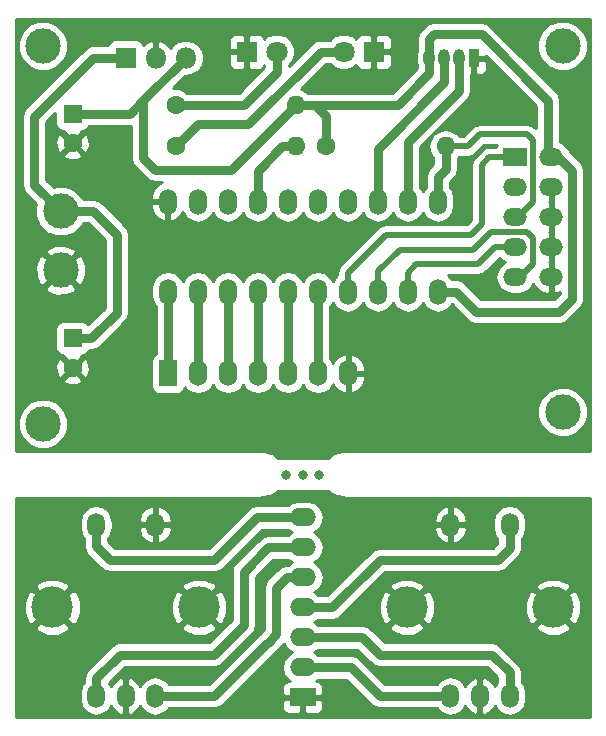
<source format=gtl>
%TF.GenerationSoftware,KiCad,Pcbnew,(2017-10-06 revision 4905bbe50)-master*%
%TF.CreationDate,2017-10-08T14:00:52+03:00*%
%TF.ProjectId,dps5005control,64707335303035636F6E74726F6C2E6B,rev?*%
%TF.SameCoordinates,Original*%
%TF.FileFunction,Copper,L1,Top,Signal*%
%TF.FilePolarity,Positive*%
%FSLAX46Y46*%
G04 Gerber Fmt 4.6, Leading zero omitted, Abs format (unit mm)*
G04 Created by KiCad (PCBNEW (2017-10-06 revision 4905bbe50)-master) date Sun Oct  8 14:00:52 2017*
%MOMM*%
%LPD*%
G01*
G04 APERTURE LIST*
%TA.AperFunction,ComponentPad*%
%ADD10O,1.600000X1.600000*%
%TD*%
%TA.AperFunction,ComponentPad*%
%ADD11C,1.600000*%
%TD*%
%TA.AperFunction,ComponentPad*%
%ADD12O,2.000000X1.500000*%
%TD*%
%TA.AperFunction,ComponentPad*%
%ADD13R,2.000000X1.500000*%
%TD*%
%TA.AperFunction,ComponentPad*%
%ADD14O,0.949960X1.498600*%
%TD*%
%TA.AperFunction,ComponentPad*%
%ADD15R,0.949960X1.498600*%
%TD*%
%TA.AperFunction,ComponentPad*%
%ADD16C,3.000000*%
%TD*%
%TA.AperFunction,ComponentPad*%
%ADD17C,1.800000*%
%TD*%
%TA.AperFunction,ComponentPad*%
%ADD18R,1.800000X1.800000*%
%TD*%
%TA.AperFunction,ComponentPad*%
%ADD19C,0.800000*%
%TD*%
%TA.AperFunction,ComponentPad*%
%ADD20R,1.600000X1.600000*%
%TD*%
%TA.AperFunction,ComponentPad*%
%ADD21O,1.501140X2.199640*%
%TD*%
%TA.AperFunction,ComponentPad*%
%ADD22O,1.501140X1.998980*%
%TD*%
%TA.AperFunction,ComponentPad*%
%ADD23C,3.500120*%
%TD*%
%TA.AperFunction,ComponentPad*%
%ADD24R,1.524000X2.199640*%
%TD*%
%TA.AperFunction,ComponentPad*%
%ADD25O,1.524000X2.199640*%
%TD*%
%TA.AperFunction,ComponentPad*%
%ADD26O,1.800000X1.800000*%
%TD*%
%TA.AperFunction,ComponentPad*%
%ADD27R,2.199640X1.524000*%
%TD*%
%TA.AperFunction,ComponentPad*%
%ADD28O,2.199640X1.524000*%
%TD*%
%TA.AperFunction,Conductor*%
%ADD29C,0.800000*%
%TD*%
%TA.AperFunction,Conductor*%
%ADD30C,0.500000*%
%TD*%
%TA.AperFunction,Conductor*%
%ADD31C,0.250000*%
%TD*%
%TA.AperFunction,Conductor*%
%ADD32C,0.254000*%
%TD*%
G04 APERTURE END LIST*
D10*
%TO.P,R1,2*%
%TO.N,/RST*%
X189484000Y-68650000D03*
D11*
%TO.P,R1,1*%
%TO.N,/+3.3v*%
X179324000Y-68650000D03*
%TD*%
D12*
%TO.P,P3,9*%
%TO.N,/MISO*%
X195380000Y-79730000D03*
%TO.P,P3,10*%
%TO.N,GND*%
X198420000Y-79730000D03*
%TO.P,P3,8*%
X198420000Y-77190000D03*
%TO.P,P3,7*%
%TO.N,/SCK*%
X195380000Y-77190000D03*
D13*
%TO.P,P3,1*%
%TO.N,/MOSI*%
X195380000Y-69570000D03*
D12*
%TO.P,P3,2*%
%TO.N,/+3.3v*%
X198420000Y-69570000D03*
%TO.P,P3,3*%
%TO.N,Net-(P3-Pad3)*%
X195380000Y-72110000D03*
%TO.P,P3,4*%
%TO.N,GND*%
X198420000Y-72110000D03*
%TO.P,P3,5*%
%TO.N,/RST*%
X195380000Y-74650000D03*
%TO.P,P3,6*%
%TO.N,GND*%
X198420000Y-74650000D03*
%TD*%
D14*
%TO.P,df13-4p-125dsa,4*%
%TO.N,/+3.3v*%
X188117480Y-61214000D03*
%TO.P,df13-4p-125dsa,3*%
%TO.N,/Tx*%
X189367160Y-61214000D03*
%TO.P,df13-4p-125dsa,2*%
%TO.N,/Rx*%
X190616840Y-61214000D03*
D15*
%TO.P,df13-4p-125dsa,1*%
%TO.N,GND*%
X191866520Y-61214000D03*
%TD*%
D16*
%TO.P,P1,1*%
%TO.N,+12V*%
X156900000Y-74150000D03*
%TO.P,P1,2*%
%TO.N,GND*%
X156900000Y-79150000D03*
%TD*%
D17*
%TO.P,D1,2*%
%TO.N,Net-(D1-Pad2)*%
X180860000Y-60650000D03*
D18*
%TO.P,D1,1*%
%TO.N,GND*%
X183400000Y-60650000D03*
%TD*%
D16*
%TO.P,REF\002A\002A,1*%
%TO.N,N/C*%
X155400000Y-92150000D03*
%TD*%
%TO.P,REF\002A\002A,1*%
%TO.N,N/C*%
X199400000Y-91150000D03*
%TD*%
%TO.P,REF\002A\002A,1*%
%TO.N,N/C*%
X199400000Y-60150000D03*
%TD*%
D19*
%TO.P,REF\002A\002A,1*%
%TO.N,N/C*%
X176000000Y-96450000D03*
%TD*%
%TO.P,REF\002A\002A,1*%
%TO.N,N/C*%
X177400000Y-96450000D03*
%TD*%
%TO.P,REF\002A\002A,1*%
%TO.N,N/C*%
X178800000Y-96450000D03*
%TD*%
D11*
%TO.P,C2,2*%
%TO.N,GND*%
X157900000Y-68400000D03*
D20*
%TO.P,C2,1*%
%TO.N,/+3.3v*%
X157900000Y-65900000D03*
%TD*%
D21*
%TO.P,U2,1*%
%TO.N,/RST*%
X188830000Y-73340000D03*
%TO.P,U2,2*%
%TO.N,/Rx*%
X186290000Y-73340000D03*
%TO.P,U2,3*%
%TO.N,/Tx*%
X183750000Y-73340000D03*
%TO.P,U2,4*%
%TO.N,Net-(U2-Pad4)*%
X181210000Y-73340000D03*
%TO.P,U2,5*%
%TO.N,Net-(U2-Pad5)*%
X178670000Y-73340000D03*
%TO.P,U2,6*%
%TO.N,Net-(U2-Pad6)*%
X176130000Y-73340000D03*
%TO.P,U2,7*%
%TO.N,/CC_MODE*%
X173590000Y-73340000D03*
%TO.P,U2,8*%
%TO.N,Net-(U2-Pad8)*%
X171050000Y-73340000D03*
%TO.P,U2,9*%
%TO.N,Net-(U2-Pad9)*%
X168510000Y-73340000D03*
%TO.P,U2,10*%
%TO.N,GND*%
X165970000Y-73340000D03*
%TO.P,U2,11*%
%TO.N,/ENC1_SW*%
X165970000Y-80960000D03*
%TO.P,U2,12*%
%TO.N,/ENC1_A*%
X168510000Y-80960000D03*
%TO.P,U2,13*%
%TO.N,/ENC1_B*%
X171050000Y-80960000D03*
%TO.P,U2,14*%
%TO.N,/ENC2_SW*%
X173590000Y-80960000D03*
%TO.P,U2,15*%
%TO.N,/ENC2_A*%
X176130000Y-80960000D03*
%TO.P,U2,16*%
%TO.N,/ENC2_B*%
X178670000Y-80960000D03*
%TO.P,U2,17*%
%TO.N,/MOSI*%
X181210000Y-80960000D03*
%TO.P,U2,18*%
%TO.N,/MISO*%
X183750000Y-80960000D03*
%TO.P,U2,19*%
%TO.N,/SCK*%
X186290000Y-80960000D03*
%TO.P,U2,20*%
%TO.N,/+3.3v*%
X188830000Y-80960000D03*
%TD*%
D22*
%TO.P,ENC1,1*%
%TO.N,/_ENC1_A*%
X159900640Y-115193420D03*
%TO.P,ENC1,2*%
%TO.N,/GND*%
X162400000Y-115193420D03*
%TO.P,ENC1,3*%
%TO.N,/_ENC1_B*%
X164899360Y-115193420D03*
D23*
%TO.P,ENC1,*%
%TO.N,/GND*%
X156199860Y-107692800D03*
X168600140Y-107692800D03*
D22*
%TO.P,ENC1,5*%
%TO.N,/_ENC1_SW*%
X159900640Y-100692560D03*
%TO.P,ENC1,4*%
%TO.N,/GND*%
X164899360Y-100692560D03*
%TD*%
D24*
%TO.P,P4,1*%
%TO.N,/ENC1_SW*%
X165989000Y-87884000D03*
D25*
%TO.P,P4,2*%
%TO.N,/ENC1_A*%
X168529000Y-87884000D03*
%TO.P,P4,3*%
%TO.N,/ENC1_B*%
X171069000Y-87884000D03*
%TO.P,P4,4*%
%TO.N,/ENC2_SW*%
X173609000Y-87884000D03*
%TO.P,P4,5*%
%TO.N,/ENC2_A*%
X176149000Y-87884000D03*
%TO.P,P4,6*%
%TO.N,/ENC2_B*%
X178689000Y-87884000D03*
%TO.P,P4,7*%
%TO.N,GND*%
X181229000Y-87884000D03*
%TD*%
D20*
%TO.P,C1,1*%
%TO.N,+12V*%
X157900000Y-84900000D03*
D11*
%TO.P,C1,2*%
%TO.N,GND*%
X157900000Y-87400000D03*
%TD*%
D10*
%TO.P,R3,2*%
%TO.N,/+3.3v*%
X176784000Y-65150000D03*
D11*
%TO.P,R3,1*%
%TO.N,Net-(D2-Pad2)*%
X166624000Y-65150000D03*
%TD*%
D26*
%TO.P,U1,3*%
%TO.N,/+3.3v*%
X167480000Y-61150000D03*
%TO.P,U1,2*%
%TO.N,GND*%
X164940000Y-61150000D03*
D18*
%TO.P,U1,1*%
%TO.N,+12V*%
X162400000Y-61150000D03*
%TD*%
D16*
%TO.P,REF\002A\002A,1*%
%TO.N,N/C*%
X155400000Y-60150000D03*
%TD*%
D11*
%TO.P,R2,1*%
%TO.N,Net-(D1-Pad2)*%
X166624000Y-68650000D03*
D10*
%TO.P,R2,2*%
%TO.N,/CC_MODE*%
X176784000Y-68650000D03*
%TD*%
D17*
%TO.P,D2,2*%
%TO.N,Net-(D2-Pad2)*%
X175190000Y-60650000D03*
D18*
%TO.P,D2,1*%
%TO.N,GND*%
X172650000Y-60650000D03*
%TD*%
D22*
%TO.P,ENC2,4*%
%TO.N,/_ENC2_SW*%
X194899360Y-100692560D03*
%TO.P,ENC2,5*%
%TO.N,/GND*%
X189900640Y-100692560D03*
D23*
%TO.P,ENC2,*%
X198600140Y-107692800D03*
X186199860Y-107692800D03*
D22*
%TO.P,ENC2,3*%
%TO.N,/_ENC2_A*%
X194899360Y-115193420D03*
%TO.P,ENC2,2*%
%TO.N,/GND*%
X192400000Y-115193420D03*
%TO.P,ENC2,1*%
%TO.N,/_ENC2_B*%
X189900640Y-115193420D03*
%TD*%
D27*
%TO.P,P1,1*%
%TO.N,/GND*%
X177400000Y-115312800D03*
D28*
%TO.P,P1,2*%
%TO.N,/_ENC2_B*%
X177400000Y-112772800D03*
%TO.P,P1,3*%
%TO.N,/_ENC2_A*%
X177400000Y-110232800D03*
%TO.P,P1,4*%
%TO.N,/_ENC2_SW*%
X177400000Y-107692800D03*
%TO.P,P1,5*%
%TO.N,/_ENC1_B*%
X177400000Y-105152800D03*
%TO.P,P1,6*%
%TO.N,/_ENC1_A*%
X177400000Y-102612800D03*
%TO.P,P1,7*%
%TO.N,/_ENC1_SW*%
X177400000Y-100072800D03*
%TD*%
D29*
%TO.N,+12V*%
X154650000Y-70900000D02*
X154650000Y-66150000D01*
X157900000Y-84900000D02*
X159500000Y-84900000D01*
X159500000Y-84900000D02*
X161650000Y-82750000D01*
X161650000Y-76132234D02*
X159667766Y-74150000D01*
X161650000Y-82750000D02*
X161650000Y-76132234D01*
X156900000Y-74150000D02*
X159667766Y-74150000D01*
X154650000Y-71900000D02*
X156900000Y-74150000D01*
X154650000Y-70900000D02*
X154650000Y-71900000D01*
X159650000Y-61150000D02*
X156400000Y-64400000D01*
X154650000Y-66150000D02*
X156400000Y-64400000D01*
X162400000Y-61150000D02*
X159650000Y-61150000D01*
%TO.N,/ENC1_A*%
X168510000Y-80960000D02*
X168510000Y-87865000D01*
X168510000Y-87865000D02*
X168529000Y-87884000D01*
%TO.N,/ENC1_B*%
X171050000Y-80960000D02*
X171050000Y-87865000D01*
X171050000Y-87865000D02*
X171069000Y-87884000D01*
%TO.N,/ENC1_SW*%
X165970000Y-80960000D02*
X165970000Y-87865000D01*
X165970000Y-87865000D02*
X165989000Y-87884000D01*
%TO.N,/ENC2_SW*%
X173590000Y-80960000D02*
X173590000Y-87865000D01*
X173590000Y-87865000D02*
X173609000Y-87884000D01*
%TO.N,/ENC2_B*%
X178670000Y-80960000D02*
X178670000Y-87865000D01*
X178670000Y-87865000D02*
X178689000Y-87884000D01*
%TO.N,/ENC2_A*%
X176130000Y-80960000D02*
X176130000Y-87865000D01*
X176130000Y-87865000D02*
X176149000Y-87884000D01*
%TO.N,/Tx*%
X189367160Y-63235840D02*
X183750000Y-68853000D01*
X183750000Y-68853000D02*
X183750000Y-73340000D01*
X189367160Y-61214000D02*
X189367160Y-63235840D01*
%TO.N,/Rx*%
X190616840Y-63933160D02*
X187198000Y-67352000D01*
X187198000Y-67352000D02*
X186436000Y-68114000D01*
X186290000Y-73340000D02*
X186290000Y-68260000D01*
X186290000Y-68260000D02*
X187198000Y-67352000D01*
D30*
X186436000Y-68114000D02*
X186290000Y-68260000D01*
D29*
X190616840Y-63933160D02*
X190616840Y-61214000D01*
D30*
%TO.N,/MISO*%
X183750000Y-80960000D02*
X183750000Y-80610750D01*
X183769000Y-80591750D02*
X183769000Y-79248000D01*
X183750000Y-80610750D02*
X183769000Y-80591750D01*
X195820000Y-79730000D02*
X195630000Y-79730000D01*
X183769000Y-79248000D02*
X185617000Y-77400000D01*
X185617000Y-77400000D02*
X191840000Y-77400000D01*
X191840000Y-77400000D02*
X193340000Y-75900000D01*
X193340000Y-75900000D02*
X196400000Y-75900000D01*
X196400000Y-75900000D02*
X196900000Y-76400000D01*
X196900000Y-76400000D02*
X196900000Y-78650000D01*
X196900000Y-78650000D02*
X195820000Y-79730000D01*
%TO.N,/SCK*%
X195630000Y-77190000D02*
X193701000Y-77190000D01*
X193701000Y-77190000D02*
X192241000Y-78650000D01*
X192241000Y-78650000D02*
X187000180Y-78650000D01*
X187000180Y-78650000D02*
X186290000Y-79360180D01*
X186290000Y-79360180D02*
X186290000Y-80960000D01*
%TO.N,/MOSI*%
X192532000Y-75268000D02*
X191650000Y-76150000D01*
X193193000Y-69570000D02*
X192532000Y-70231000D01*
X192532000Y-70231000D02*
X192532000Y-75268000D01*
X195630000Y-69570000D02*
X193193000Y-69570000D01*
X191650000Y-76150000D02*
X184420180Y-76150000D01*
X184420180Y-76150000D02*
X181210000Y-79360180D01*
X181210000Y-79360180D02*
X181210000Y-80960000D01*
%TO.N,/RST*%
X189484000Y-68650000D02*
X191362002Y-68650000D01*
X191362002Y-68650000D02*
X192362002Y-67650000D01*
X192362002Y-67650000D02*
X196400000Y-67650000D01*
X196400000Y-67650000D02*
X196900000Y-68150000D01*
X196900000Y-73380000D02*
X195630000Y-74650000D01*
X196900000Y-68150000D02*
X196900000Y-73380000D01*
D29*
X189484000Y-68650000D02*
X189484000Y-70566000D01*
X188830000Y-73340000D02*
X188830000Y-71220000D01*
X188830000Y-71220000D02*
X189484000Y-70566000D01*
%TO.N,/CC_MODE*%
X176784000Y-68650000D02*
X175650000Y-68650000D01*
X173590000Y-73340000D02*
X173590000Y-70710000D01*
X173590000Y-70710000D02*
X175650000Y-68650000D01*
%TO.N,/_ENC1_A*%
X174480000Y-102612800D02*
X177400000Y-102612800D01*
X172400000Y-104692800D02*
X174480000Y-102612800D01*
X172400000Y-109192800D02*
X172400000Y-104692800D01*
X161901770Y-111692800D02*
X169900000Y-111692800D01*
X169900000Y-111692800D02*
X172400000Y-109192800D01*
X159900640Y-113693930D02*
X161901770Y-111692800D01*
D30*
X160147000Y-113447570D02*
X161901770Y-111692800D01*
D29*
X159900640Y-115193420D02*
X159900640Y-113693930D01*
X159900640Y-113693930D02*
X160147000Y-113447570D01*
%TO.N,/_ENC1_B*%
X177400000Y-105152800D02*
X176022000Y-105152800D01*
X175133000Y-109982000D02*
X175133000Y-106041800D01*
X175133000Y-106041800D02*
X176022000Y-105152800D01*
X174422200Y-110692800D02*
X175133000Y-109982000D01*
X174400000Y-110692800D02*
X174422200Y-110692800D01*
X169899380Y-115193420D02*
X164899360Y-115193420D01*
X174400000Y-110692800D02*
X169899380Y-115193420D01*
%TO.N,/_ENC1_SW*%
X169900000Y-103692800D02*
X173520000Y-100072800D01*
X173520000Y-100072800D02*
X177400000Y-100072800D01*
X159900640Y-100692560D02*
X159900640Y-102492050D01*
X159900640Y-102492050D02*
X161101390Y-103692800D01*
X161101390Y-103692800D02*
X169900000Y-103692800D01*
%TO.N,/_ENC2_SW*%
X194899360Y-102693440D02*
X194899360Y-100692560D01*
X193900000Y-103692800D02*
X194899360Y-102693440D01*
X183900000Y-103692800D02*
X193900000Y-103692800D01*
X179900000Y-107692800D02*
X183900000Y-103692800D01*
X177400000Y-107692800D02*
X179900000Y-107692800D01*
%TO.N,/_ENC2_B*%
X183900620Y-115193420D02*
X189900640Y-115193420D01*
X181480000Y-112772800D02*
X183900620Y-115193420D01*
X177400000Y-112772800D02*
X181480000Y-112772800D01*
%TO.N,/_ENC2_A*%
X194899360Y-113192160D02*
X194899360Y-115193420D01*
X193400000Y-111692800D02*
X194899360Y-113192160D01*
X183900000Y-111692800D02*
X193400000Y-111692800D01*
X177400000Y-110232800D02*
X182440000Y-110232800D01*
X182440000Y-110232800D02*
X183900000Y-111692800D01*
%TO.N,/+3.3v*%
X167480000Y-61150000D02*
X163900000Y-64730000D01*
X178400000Y-65150000D02*
X185421000Y-65150000D01*
X185421000Y-65150000D02*
X188117480Y-62453520D01*
X188117480Y-62453520D02*
X188117480Y-61214000D01*
X188117480Y-59532520D02*
X188468000Y-59182000D01*
X188117480Y-61214000D02*
X188117480Y-59532520D01*
X188468000Y-59182000D02*
X192532000Y-59182000D01*
X192532000Y-59182000D02*
X198170000Y-64820000D01*
X198170000Y-64820000D02*
X198170000Y-69570000D01*
X200200000Y-70750000D02*
X199020000Y-69570000D01*
X199020000Y-69570000D02*
X198170000Y-69570000D01*
X200200000Y-81550000D02*
X200200000Y-70750000D01*
X199100000Y-82650000D02*
X200200000Y-81550000D01*
X198400000Y-82650000D02*
X199100000Y-82650000D01*
X198400000Y-82650000D02*
X192070570Y-82650000D01*
X188830000Y-80960000D02*
X190380570Y-80960000D01*
X190380570Y-80960000D02*
X192070570Y-82650000D01*
X157900000Y-65900000D02*
X162730000Y-65900000D01*
X162730000Y-65900000D02*
X163900000Y-64730000D01*
X178400000Y-65150000D02*
X176784000Y-65150000D01*
X179324000Y-66074000D02*
X178400000Y-65150000D01*
X179324000Y-68650000D02*
X179324000Y-66074000D01*
X176784000Y-65150000D02*
X171284000Y-70650000D01*
X171284000Y-70650000D02*
X164900000Y-70650000D01*
X163900000Y-64730000D02*
X163900000Y-69650000D01*
X163900000Y-69650000D02*
X164900000Y-70650000D01*
%TO.N,Net-(D1-Pad2)*%
X166624000Y-68650000D02*
X168524000Y-66750000D01*
D31*
X168524000Y-66750000D02*
X168600000Y-66750000D01*
D29*
X172800000Y-66750000D02*
X178900000Y-60650000D01*
X168600000Y-66750000D02*
X172800000Y-66750000D01*
X178900000Y-60650000D02*
X180860000Y-60650000D01*
D30*
%TO.N,/Rx*%
X190616840Y-61722000D02*
X190616840Y-63933160D01*
D29*
%TO.N,Net-(D2-Pad2)*%
X166624000Y-65150000D02*
X172400000Y-65150000D01*
X172400000Y-65150000D02*
X175190000Y-62360000D01*
X175190000Y-62360000D02*
X175190000Y-60650000D01*
%TD*%
D32*
%TO.N,/GND*%
G36*
X179606320Y-97906770D02*
X180018337Y-98182071D01*
X180146308Y-98235078D01*
X180274278Y-98288085D01*
X180760285Y-98384757D01*
X180830213Y-98384757D01*
X180898800Y-98398400D01*
X201702600Y-98398400D01*
X201702600Y-116968200D01*
X153110000Y-116968200D01*
X153110000Y-109387371D01*
X154684894Y-109387371D01*
X154875188Y-109732119D01*
X155756436Y-110083815D01*
X156705192Y-110071501D01*
X157524532Y-109732119D01*
X157714826Y-109387371D01*
X167085174Y-109387371D01*
X167275468Y-109732119D01*
X168156716Y-110083815D01*
X169105472Y-110071501D01*
X169924812Y-109732119D01*
X170115106Y-109387371D01*
X168600140Y-107872405D01*
X167085174Y-109387371D01*
X157714826Y-109387371D01*
X156199860Y-107872405D01*
X154684894Y-109387371D01*
X153110000Y-109387371D01*
X153110000Y-107249376D01*
X153808845Y-107249376D01*
X153821159Y-108198132D01*
X154160541Y-109017472D01*
X154505289Y-109207766D01*
X156020255Y-107692800D01*
X156379465Y-107692800D01*
X157894431Y-109207766D01*
X158239179Y-109017472D01*
X158590875Y-108136224D01*
X158579365Y-107249376D01*
X166209125Y-107249376D01*
X166221439Y-108198132D01*
X166560821Y-109017472D01*
X166905569Y-109207766D01*
X168420535Y-107692800D01*
X168779745Y-107692800D01*
X170294711Y-109207766D01*
X170639459Y-109017472D01*
X170991155Y-108136224D01*
X170978841Y-107187468D01*
X170639459Y-106368128D01*
X170294711Y-106177834D01*
X168779745Y-107692800D01*
X168420535Y-107692800D01*
X166905569Y-106177834D01*
X166560821Y-106368128D01*
X166209125Y-107249376D01*
X158579365Y-107249376D01*
X158578561Y-107187468D01*
X158239179Y-106368128D01*
X157894431Y-106177834D01*
X156379465Y-107692800D01*
X156020255Y-107692800D01*
X154505289Y-106177834D01*
X154160541Y-106368128D01*
X153808845Y-107249376D01*
X153110000Y-107249376D01*
X153110000Y-105998229D01*
X154684894Y-105998229D01*
X156199860Y-107513195D01*
X157714826Y-105998229D01*
X167085174Y-105998229D01*
X168600140Y-107513195D01*
X170115106Y-105998229D01*
X169924812Y-105653481D01*
X169043564Y-105301785D01*
X168094808Y-105314099D01*
X167275468Y-105653481D01*
X167085174Y-105998229D01*
X157714826Y-105998229D01*
X157524532Y-105653481D01*
X156643284Y-105301785D01*
X155694528Y-105314099D01*
X154875188Y-105653481D01*
X154684894Y-105998229D01*
X153110000Y-105998229D01*
X153110000Y-100411618D01*
X158515070Y-100411618D01*
X158515070Y-100973502D01*
X158620540Y-101503737D01*
X158865640Y-101870555D01*
X158865640Y-102492045D01*
X158865639Y-102492050D01*
X158944425Y-102888127D01*
X159168784Y-103223906D01*
X160369532Y-104424653D01*
X160369534Y-104424656D01*
X160659181Y-104618191D01*
X160705313Y-104649015D01*
X161101390Y-104727801D01*
X161101395Y-104727800D01*
X169899995Y-104727800D01*
X169900000Y-104727801D01*
X170296077Y-104649015D01*
X170631856Y-104424656D01*
X173948711Y-101107800D01*
X176110963Y-101107800D01*
X176462664Y-101342800D01*
X176110963Y-101577800D01*
X174480005Y-101577800D01*
X174480000Y-101577799D01*
X174083922Y-101656585D01*
X173963236Y-101737225D01*
X173748144Y-101880944D01*
X173748142Y-101880947D01*
X171668144Y-103960944D01*
X171443785Y-104296723D01*
X171364999Y-104692800D01*
X171365000Y-104692805D01*
X171365000Y-108764089D01*
X169471288Y-110657800D01*
X161901775Y-110657800D01*
X161901770Y-110657799D01*
X161505692Y-110736585D01*
X161459561Y-110767409D01*
X161169914Y-110960944D01*
X161169912Y-110960947D01*
X159168784Y-112962074D01*
X158944425Y-113297853D01*
X158865639Y-113693930D01*
X158865640Y-113693935D01*
X158865640Y-114015425D01*
X158620540Y-114382243D01*
X158515070Y-114912478D01*
X158515070Y-115474362D01*
X158620540Y-116004597D01*
X158920894Y-116454108D01*
X159370405Y-116754462D01*
X159900640Y-116859932D01*
X160430875Y-116754462D01*
X160880386Y-116454108D01*
X161147277Y-116054677D01*
X161150159Y-116065253D01*
X161483676Y-116496130D01*
X161956695Y-116766577D01*
X162058725Y-116785223D01*
X162273000Y-116662569D01*
X162273000Y-115320420D01*
X162253000Y-115320420D01*
X162253000Y-115066420D01*
X162273000Y-115066420D01*
X162273000Y-113724271D01*
X162058725Y-113601617D01*
X161956695Y-113620263D01*
X161483676Y-113890710D01*
X161150159Y-114321587D01*
X161147277Y-114332163D01*
X160978585Y-114079697D01*
X162330481Y-112727800D01*
X169899995Y-112727800D01*
X169900000Y-112727801D01*
X170296077Y-112649015D01*
X170631856Y-112424656D01*
X173131853Y-109924658D01*
X173131856Y-109924656D01*
X173356215Y-109588877D01*
X173373706Y-109500944D01*
X173435001Y-109192800D01*
X173435000Y-109192795D01*
X173435000Y-105121512D01*
X174908711Y-103647800D01*
X176110963Y-103647800D01*
X176462664Y-103882800D01*
X176110963Y-104117800D01*
X176022005Y-104117800D01*
X176022000Y-104117799D01*
X175625923Y-104196585D01*
X175290144Y-104420944D01*
X175290142Y-104420947D01*
X174401144Y-105309944D01*
X174176785Y-105645723D01*
X174097999Y-106041800D01*
X174098000Y-106041805D01*
X174098000Y-109553288D01*
X173735047Y-109916241D01*
X173668144Y-109960944D01*
X173668142Y-109960947D01*
X169470668Y-114158420D01*
X166029906Y-114158420D01*
X165879106Y-113932732D01*
X165429595Y-113632378D01*
X164899360Y-113526908D01*
X164369125Y-113632378D01*
X163919614Y-113932732D01*
X163652723Y-114332163D01*
X163649841Y-114321587D01*
X163316324Y-113890710D01*
X162843305Y-113620263D01*
X162741275Y-113601617D01*
X162527000Y-113724271D01*
X162527000Y-115066420D01*
X162547000Y-115066420D01*
X162547000Y-115320420D01*
X162527000Y-115320420D01*
X162527000Y-116662569D01*
X162741275Y-116785223D01*
X162843305Y-116766577D01*
X163316324Y-116496130D01*
X163649841Y-116065253D01*
X163652723Y-116054677D01*
X163919614Y-116454108D01*
X164369125Y-116754462D01*
X164899360Y-116859932D01*
X165429595Y-116754462D01*
X165879106Y-116454108D01*
X166029906Y-116228420D01*
X169899375Y-116228420D01*
X169899380Y-116228421D01*
X170295457Y-116149635D01*
X170631236Y-115925276D01*
X170957961Y-115598550D01*
X175665180Y-115598550D01*
X175665180Y-116201109D01*
X175761853Y-116434498D01*
X175940481Y-116613127D01*
X176173870Y-116709800D01*
X177114250Y-116709800D01*
X177273000Y-116551050D01*
X177273000Y-115439800D01*
X177527000Y-115439800D01*
X177527000Y-116551050D01*
X177685750Y-116709800D01*
X178626130Y-116709800D01*
X178859519Y-116613127D01*
X179038147Y-116434498D01*
X179134820Y-116201109D01*
X179134820Y-115598550D01*
X178976070Y-115439800D01*
X177527000Y-115439800D01*
X177273000Y-115439800D01*
X175823930Y-115439800D01*
X175665180Y-115598550D01*
X170957961Y-115598550D01*
X175087150Y-111469361D01*
X175154056Y-111424656D01*
X175767081Y-110811631D01*
X176040365Y-111220628D01*
X176462664Y-111502800D01*
X176040365Y-111784972D01*
X175737533Y-112238191D01*
X175631193Y-112772800D01*
X175737533Y-113307409D01*
X176040365Y-113760628D01*
X176272596Y-113915800D01*
X176173870Y-113915800D01*
X175940481Y-114012473D01*
X175761853Y-114191102D01*
X175665180Y-114424491D01*
X175665180Y-115027050D01*
X175823930Y-115185800D01*
X177273000Y-115185800D01*
X177273000Y-115165800D01*
X177527000Y-115165800D01*
X177527000Y-115185800D01*
X178976070Y-115185800D01*
X179134820Y-115027050D01*
X179134820Y-114424491D01*
X179038147Y-114191102D01*
X178859519Y-114012473D01*
X178626130Y-113915800D01*
X178527404Y-113915800D01*
X178689037Y-113807800D01*
X181051288Y-113807800D01*
X183168762Y-115925273D01*
X183168764Y-115925276D01*
X183378256Y-116065253D01*
X183504543Y-116149635D01*
X183900620Y-116228421D01*
X183900625Y-116228420D01*
X188770094Y-116228420D01*
X188920894Y-116454108D01*
X189370405Y-116754462D01*
X189900640Y-116859932D01*
X190430875Y-116754462D01*
X190880386Y-116454108D01*
X191147277Y-116054677D01*
X191150159Y-116065253D01*
X191483676Y-116496130D01*
X191956695Y-116766577D01*
X192058725Y-116785223D01*
X192273000Y-116662569D01*
X192273000Y-115320420D01*
X192253000Y-115320420D01*
X192253000Y-115066420D01*
X192273000Y-115066420D01*
X192273000Y-113724271D01*
X192058725Y-113601617D01*
X191956695Y-113620263D01*
X191483676Y-113890710D01*
X191150159Y-114321587D01*
X191147277Y-114332163D01*
X190880386Y-113932732D01*
X190430875Y-113632378D01*
X189900640Y-113526908D01*
X189370405Y-113632378D01*
X188920894Y-113932732D01*
X188770094Y-114158420D01*
X184329331Y-114158420D01*
X182211856Y-112040944D01*
X181876077Y-111816585D01*
X181480000Y-111737799D01*
X181479995Y-111737800D01*
X178689037Y-111737800D01*
X178337336Y-111502800D01*
X178689037Y-111267800D01*
X182011288Y-111267800D01*
X183168142Y-112424653D01*
X183168144Y-112424656D01*
X183267967Y-112491355D01*
X183503923Y-112649015D01*
X183900000Y-112727801D01*
X183900005Y-112727800D01*
X192971288Y-112727800D01*
X193864360Y-113620871D01*
X193864360Y-114015425D01*
X193652723Y-114332163D01*
X193649841Y-114321587D01*
X193316324Y-113890710D01*
X192843305Y-113620263D01*
X192741275Y-113601617D01*
X192527000Y-113724271D01*
X192527000Y-115066420D01*
X192547000Y-115066420D01*
X192547000Y-115320420D01*
X192527000Y-115320420D01*
X192527000Y-116662569D01*
X192741275Y-116785223D01*
X192843305Y-116766577D01*
X193316324Y-116496130D01*
X193649841Y-116065253D01*
X193652723Y-116054677D01*
X193919614Y-116454108D01*
X194369125Y-116754462D01*
X194899360Y-116859932D01*
X195429595Y-116754462D01*
X195879106Y-116454108D01*
X196179460Y-116004597D01*
X196284930Y-115474362D01*
X196284930Y-114912478D01*
X196179460Y-114382243D01*
X195934360Y-114015425D01*
X195934360Y-113192165D01*
X195934361Y-113192160D01*
X195855575Y-112796082D01*
X195651963Y-112491355D01*
X195631216Y-112460304D01*
X195631213Y-112460302D01*
X194131856Y-110960944D01*
X193796077Y-110736585D01*
X193400000Y-110657799D01*
X193399995Y-110657800D01*
X184328711Y-110657800D01*
X183171856Y-109500944D01*
X183001881Y-109387371D01*
X184684894Y-109387371D01*
X184875188Y-109732119D01*
X185756436Y-110083815D01*
X186705192Y-110071501D01*
X187524532Y-109732119D01*
X187714826Y-109387371D01*
X197085174Y-109387371D01*
X197275468Y-109732119D01*
X198156716Y-110083815D01*
X199105472Y-110071501D01*
X199924812Y-109732119D01*
X200115106Y-109387371D01*
X198600140Y-107872405D01*
X197085174Y-109387371D01*
X187714826Y-109387371D01*
X186199860Y-107872405D01*
X184684894Y-109387371D01*
X183001881Y-109387371D01*
X182836077Y-109276585D01*
X182440000Y-109197799D01*
X182439995Y-109197800D01*
X178689037Y-109197800D01*
X178337336Y-108962800D01*
X178689037Y-108727800D01*
X179899995Y-108727800D01*
X179900000Y-108727801D01*
X180296077Y-108649015D01*
X180631856Y-108424656D01*
X181807135Y-107249376D01*
X183808845Y-107249376D01*
X183821159Y-108198132D01*
X184160541Y-109017472D01*
X184505289Y-109207766D01*
X186020255Y-107692800D01*
X186379465Y-107692800D01*
X187894431Y-109207766D01*
X188239179Y-109017472D01*
X188590875Y-108136224D01*
X188579365Y-107249376D01*
X196209125Y-107249376D01*
X196221439Y-108198132D01*
X196560821Y-109017472D01*
X196905569Y-109207766D01*
X198420535Y-107692800D01*
X198779745Y-107692800D01*
X200294711Y-109207766D01*
X200639459Y-109017472D01*
X200991155Y-108136224D01*
X200978841Y-107187468D01*
X200639459Y-106368128D01*
X200294711Y-106177834D01*
X198779745Y-107692800D01*
X198420535Y-107692800D01*
X196905569Y-106177834D01*
X196560821Y-106368128D01*
X196209125Y-107249376D01*
X188579365Y-107249376D01*
X188578561Y-107187468D01*
X188239179Y-106368128D01*
X187894431Y-106177834D01*
X186379465Y-107692800D01*
X186020255Y-107692800D01*
X184505289Y-106177834D01*
X184160541Y-106368128D01*
X183808845Y-107249376D01*
X181807135Y-107249376D01*
X183058282Y-105998229D01*
X184684894Y-105998229D01*
X186199860Y-107513195D01*
X187714826Y-105998229D01*
X197085174Y-105998229D01*
X198600140Y-107513195D01*
X200115106Y-105998229D01*
X199924812Y-105653481D01*
X199043564Y-105301785D01*
X198094808Y-105314099D01*
X197275468Y-105653481D01*
X197085174Y-105998229D01*
X187714826Y-105998229D01*
X187524532Y-105653481D01*
X186643284Y-105301785D01*
X185694528Y-105314099D01*
X184875188Y-105653481D01*
X184684894Y-105998229D01*
X183058282Y-105998229D01*
X184328711Y-104727800D01*
X193899995Y-104727800D01*
X193900000Y-104727801D01*
X194296077Y-104649015D01*
X194631856Y-104424656D01*
X195631213Y-103425298D01*
X195631216Y-103425296D01*
X195816893Y-103147409D01*
X195855575Y-103089518D01*
X195934360Y-102693440D01*
X195934360Y-101870555D01*
X196179460Y-101503737D01*
X196284930Y-100973502D01*
X196284930Y-100411618D01*
X196179460Y-99881383D01*
X195879106Y-99431872D01*
X195429595Y-99131518D01*
X194899360Y-99026048D01*
X194369125Y-99131518D01*
X193919614Y-99431872D01*
X193619260Y-99881383D01*
X193513790Y-100411618D01*
X193513790Y-100973502D01*
X193619260Y-101503737D01*
X193864360Y-101870555D01*
X193864360Y-102264729D01*
X193471288Y-102657800D01*
X183900005Y-102657800D01*
X183900000Y-102657799D01*
X183503922Y-102736585D01*
X183369429Y-102826451D01*
X183168144Y-102960944D01*
X183168142Y-102960947D01*
X179471288Y-106657800D01*
X178689037Y-106657800D01*
X178337336Y-106422800D01*
X178759635Y-106140628D01*
X179062467Y-105687409D01*
X179168807Y-105152800D01*
X179062467Y-104618191D01*
X178759635Y-104164972D01*
X178337336Y-103882800D01*
X178759635Y-103600628D01*
X179062467Y-103147409D01*
X179168807Y-102612800D01*
X179062467Y-102078191D01*
X178759635Y-101624972D01*
X178337336Y-101342800D01*
X178759635Y-101060628D01*
X178774298Y-101038683D01*
X188507559Y-101038683D01*
X188650799Y-101564393D01*
X188984316Y-101995270D01*
X189457335Y-102265717D01*
X189559365Y-102284363D01*
X189773640Y-102161709D01*
X189773640Y-100819560D01*
X190027640Y-100819560D01*
X190027640Y-102161709D01*
X190241915Y-102284363D01*
X190343945Y-102265717D01*
X190816964Y-101995270D01*
X191150481Y-101564393D01*
X191293721Y-101038683D01*
X191133026Y-100819560D01*
X190027640Y-100819560D01*
X189773640Y-100819560D01*
X188668254Y-100819560D01*
X188507559Y-101038683D01*
X178774298Y-101038683D01*
X179062467Y-100607409D01*
X179114377Y-100346437D01*
X188507559Y-100346437D01*
X188668254Y-100565560D01*
X189773640Y-100565560D01*
X189773640Y-99223411D01*
X190027640Y-99223411D01*
X190027640Y-100565560D01*
X191133026Y-100565560D01*
X191293721Y-100346437D01*
X191150481Y-99820727D01*
X190816964Y-99389850D01*
X190343945Y-99119403D01*
X190241915Y-99100757D01*
X190027640Y-99223411D01*
X189773640Y-99223411D01*
X189559365Y-99100757D01*
X189457335Y-99119403D01*
X188984316Y-99389850D01*
X188650799Y-99820727D01*
X188507559Y-100346437D01*
X179114377Y-100346437D01*
X179168807Y-100072800D01*
X179062467Y-99538191D01*
X178759635Y-99084972D01*
X178306416Y-98782140D01*
X177771807Y-98675800D01*
X177028193Y-98675800D01*
X176493584Y-98782140D01*
X176110963Y-99037800D01*
X173520005Y-99037800D01*
X173520000Y-99037799D01*
X173123923Y-99116585D01*
X172788144Y-99340944D01*
X172788142Y-99340947D01*
X169471288Y-102657800D01*
X161530101Y-102657800D01*
X160935640Y-102063338D01*
X160935640Y-101870555D01*
X161180740Y-101503737D01*
X161273244Y-101038683D01*
X163506279Y-101038683D01*
X163649519Y-101564393D01*
X163983036Y-101995270D01*
X164456055Y-102265717D01*
X164558085Y-102284363D01*
X164772360Y-102161709D01*
X164772360Y-100819560D01*
X165026360Y-100819560D01*
X165026360Y-102161709D01*
X165240635Y-102284363D01*
X165342665Y-102265717D01*
X165815684Y-101995270D01*
X166149201Y-101564393D01*
X166292441Y-101038683D01*
X166131746Y-100819560D01*
X165026360Y-100819560D01*
X164772360Y-100819560D01*
X163666974Y-100819560D01*
X163506279Y-101038683D01*
X161273244Y-101038683D01*
X161286210Y-100973502D01*
X161286210Y-100411618D01*
X161273245Y-100346437D01*
X163506279Y-100346437D01*
X163666974Y-100565560D01*
X164772360Y-100565560D01*
X164772360Y-99223411D01*
X165026360Y-99223411D01*
X165026360Y-100565560D01*
X166131746Y-100565560D01*
X166292441Y-100346437D01*
X166149201Y-99820727D01*
X165815684Y-99389850D01*
X165342665Y-99119403D01*
X165240635Y-99100757D01*
X165026360Y-99223411D01*
X164772360Y-99223411D01*
X164558085Y-99100757D01*
X164456055Y-99119403D01*
X163983036Y-99389850D01*
X163649519Y-99820727D01*
X163506279Y-100346437D01*
X161273245Y-100346437D01*
X161180740Y-99881383D01*
X160880386Y-99431872D01*
X160430875Y-99131518D01*
X159900640Y-99026048D01*
X159370405Y-99131518D01*
X158920894Y-99431872D01*
X158620540Y-99881383D01*
X158515070Y-100411618D01*
X153110000Y-100411618D01*
X153110000Y-98398400D01*
X173888400Y-98398400D01*
X173956984Y-98384758D01*
X174026914Y-98384758D01*
X174512922Y-98288085D01*
X174662848Y-98225983D01*
X174768862Y-98182071D01*
X175180880Y-97906770D01*
X175267850Y-97819800D01*
X179519350Y-97819800D01*
X179606320Y-97906770D01*
X179606320Y-97906770D01*
G37*
X179606320Y-97906770D02*
X180018337Y-98182071D01*
X180146308Y-98235078D01*
X180274278Y-98288085D01*
X180760285Y-98384757D01*
X180830213Y-98384757D01*
X180898800Y-98398400D01*
X201702600Y-98398400D01*
X201702600Y-116968200D01*
X153110000Y-116968200D01*
X153110000Y-109387371D01*
X154684894Y-109387371D01*
X154875188Y-109732119D01*
X155756436Y-110083815D01*
X156705192Y-110071501D01*
X157524532Y-109732119D01*
X157714826Y-109387371D01*
X167085174Y-109387371D01*
X167275468Y-109732119D01*
X168156716Y-110083815D01*
X169105472Y-110071501D01*
X169924812Y-109732119D01*
X170115106Y-109387371D01*
X168600140Y-107872405D01*
X167085174Y-109387371D01*
X157714826Y-109387371D01*
X156199860Y-107872405D01*
X154684894Y-109387371D01*
X153110000Y-109387371D01*
X153110000Y-107249376D01*
X153808845Y-107249376D01*
X153821159Y-108198132D01*
X154160541Y-109017472D01*
X154505289Y-109207766D01*
X156020255Y-107692800D01*
X156379465Y-107692800D01*
X157894431Y-109207766D01*
X158239179Y-109017472D01*
X158590875Y-108136224D01*
X158579365Y-107249376D01*
X166209125Y-107249376D01*
X166221439Y-108198132D01*
X166560821Y-109017472D01*
X166905569Y-109207766D01*
X168420535Y-107692800D01*
X168779745Y-107692800D01*
X170294711Y-109207766D01*
X170639459Y-109017472D01*
X170991155Y-108136224D01*
X170978841Y-107187468D01*
X170639459Y-106368128D01*
X170294711Y-106177834D01*
X168779745Y-107692800D01*
X168420535Y-107692800D01*
X166905569Y-106177834D01*
X166560821Y-106368128D01*
X166209125Y-107249376D01*
X158579365Y-107249376D01*
X158578561Y-107187468D01*
X158239179Y-106368128D01*
X157894431Y-106177834D01*
X156379465Y-107692800D01*
X156020255Y-107692800D01*
X154505289Y-106177834D01*
X154160541Y-106368128D01*
X153808845Y-107249376D01*
X153110000Y-107249376D01*
X153110000Y-105998229D01*
X154684894Y-105998229D01*
X156199860Y-107513195D01*
X157714826Y-105998229D01*
X167085174Y-105998229D01*
X168600140Y-107513195D01*
X170115106Y-105998229D01*
X169924812Y-105653481D01*
X169043564Y-105301785D01*
X168094808Y-105314099D01*
X167275468Y-105653481D01*
X167085174Y-105998229D01*
X157714826Y-105998229D01*
X157524532Y-105653481D01*
X156643284Y-105301785D01*
X155694528Y-105314099D01*
X154875188Y-105653481D01*
X154684894Y-105998229D01*
X153110000Y-105998229D01*
X153110000Y-100411618D01*
X158515070Y-100411618D01*
X158515070Y-100973502D01*
X158620540Y-101503737D01*
X158865640Y-101870555D01*
X158865640Y-102492045D01*
X158865639Y-102492050D01*
X158944425Y-102888127D01*
X159168784Y-103223906D01*
X160369532Y-104424653D01*
X160369534Y-104424656D01*
X160659181Y-104618191D01*
X160705313Y-104649015D01*
X161101390Y-104727801D01*
X161101395Y-104727800D01*
X169899995Y-104727800D01*
X169900000Y-104727801D01*
X170296077Y-104649015D01*
X170631856Y-104424656D01*
X173948711Y-101107800D01*
X176110963Y-101107800D01*
X176462664Y-101342800D01*
X176110963Y-101577800D01*
X174480005Y-101577800D01*
X174480000Y-101577799D01*
X174083922Y-101656585D01*
X173963236Y-101737225D01*
X173748144Y-101880944D01*
X173748142Y-101880947D01*
X171668144Y-103960944D01*
X171443785Y-104296723D01*
X171364999Y-104692800D01*
X171365000Y-104692805D01*
X171365000Y-108764089D01*
X169471288Y-110657800D01*
X161901775Y-110657800D01*
X161901770Y-110657799D01*
X161505692Y-110736585D01*
X161459561Y-110767409D01*
X161169914Y-110960944D01*
X161169912Y-110960947D01*
X159168784Y-112962074D01*
X158944425Y-113297853D01*
X158865639Y-113693930D01*
X158865640Y-113693935D01*
X158865640Y-114015425D01*
X158620540Y-114382243D01*
X158515070Y-114912478D01*
X158515070Y-115474362D01*
X158620540Y-116004597D01*
X158920894Y-116454108D01*
X159370405Y-116754462D01*
X159900640Y-116859932D01*
X160430875Y-116754462D01*
X160880386Y-116454108D01*
X161147277Y-116054677D01*
X161150159Y-116065253D01*
X161483676Y-116496130D01*
X161956695Y-116766577D01*
X162058725Y-116785223D01*
X162273000Y-116662569D01*
X162273000Y-115320420D01*
X162253000Y-115320420D01*
X162253000Y-115066420D01*
X162273000Y-115066420D01*
X162273000Y-113724271D01*
X162058725Y-113601617D01*
X161956695Y-113620263D01*
X161483676Y-113890710D01*
X161150159Y-114321587D01*
X161147277Y-114332163D01*
X160978585Y-114079697D01*
X162330481Y-112727800D01*
X169899995Y-112727800D01*
X169900000Y-112727801D01*
X170296077Y-112649015D01*
X170631856Y-112424656D01*
X173131853Y-109924658D01*
X173131856Y-109924656D01*
X173356215Y-109588877D01*
X173373706Y-109500944D01*
X173435001Y-109192800D01*
X173435000Y-109192795D01*
X173435000Y-105121512D01*
X174908711Y-103647800D01*
X176110963Y-103647800D01*
X176462664Y-103882800D01*
X176110963Y-104117800D01*
X176022005Y-104117800D01*
X176022000Y-104117799D01*
X175625923Y-104196585D01*
X175290144Y-104420944D01*
X175290142Y-104420947D01*
X174401144Y-105309944D01*
X174176785Y-105645723D01*
X174097999Y-106041800D01*
X174098000Y-106041805D01*
X174098000Y-109553288D01*
X173735047Y-109916241D01*
X173668144Y-109960944D01*
X173668142Y-109960947D01*
X169470668Y-114158420D01*
X166029906Y-114158420D01*
X165879106Y-113932732D01*
X165429595Y-113632378D01*
X164899360Y-113526908D01*
X164369125Y-113632378D01*
X163919614Y-113932732D01*
X163652723Y-114332163D01*
X163649841Y-114321587D01*
X163316324Y-113890710D01*
X162843305Y-113620263D01*
X162741275Y-113601617D01*
X162527000Y-113724271D01*
X162527000Y-115066420D01*
X162547000Y-115066420D01*
X162547000Y-115320420D01*
X162527000Y-115320420D01*
X162527000Y-116662569D01*
X162741275Y-116785223D01*
X162843305Y-116766577D01*
X163316324Y-116496130D01*
X163649841Y-116065253D01*
X163652723Y-116054677D01*
X163919614Y-116454108D01*
X164369125Y-116754462D01*
X164899360Y-116859932D01*
X165429595Y-116754462D01*
X165879106Y-116454108D01*
X166029906Y-116228420D01*
X169899375Y-116228420D01*
X169899380Y-116228421D01*
X170295457Y-116149635D01*
X170631236Y-115925276D01*
X170957961Y-115598550D01*
X175665180Y-115598550D01*
X175665180Y-116201109D01*
X175761853Y-116434498D01*
X175940481Y-116613127D01*
X176173870Y-116709800D01*
X177114250Y-116709800D01*
X177273000Y-116551050D01*
X177273000Y-115439800D01*
X177527000Y-115439800D01*
X177527000Y-116551050D01*
X177685750Y-116709800D01*
X178626130Y-116709800D01*
X178859519Y-116613127D01*
X179038147Y-116434498D01*
X179134820Y-116201109D01*
X179134820Y-115598550D01*
X178976070Y-115439800D01*
X177527000Y-115439800D01*
X177273000Y-115439800D01*
X175823930Y-115439800D01*
X175665180Y-115598550D01*
X170957961Y-115598550D01*
X175087150Y-111469361D01*
X175154056Y-111424656D01*
X175767081Y-110811631D01*
X176040365Y-111220628D01*
X176462664Y-111502800D01*
X176040365Y-111784972D01*
X175737533Y-112238191D01*
X175631193Y-112772800D01*
X175737533Y-113307409D01*
X176040365Y-113760628D01*
X176272596Y-113915800D01*
X176173870Y-113915800D01*
X175940481Y-114012473D01*
X175761853Y-114191102D01*
X175665180Y-114424491D01*
X175665180Y-115027050D01*
X175823930Y-115185800D01*
X177273000Y-115185800D01*
X177273000Y-115165800D01*
X177527000Y-115165800D01*
X177527000Y-115185800D01*
X178976070Y-115185800D01*
X179134820Y-115027050D01*
X179134820Y-114424491D01*
X179038147Y-114191102D01*
X178859519Y-114012473D01*
X178626130Y-113915800D01*
X178527404Y-113915800D01*
X178689037Y-113807800D01*
X181051288Y-113807800D01*
X183168762Y-115925273D01*
X183168764Y-115925276D01*
X183378256Y-116065253D01*
X183504543Y-116149635D01*
X183900620Y-116228421D01*
X183900625Y-116228420D01*
X188770094Y-116228420D01*
X188920894Y-116454108D01*
X189370405Y-116754462D01*
X189900640Y-116859932D01*
X190430875Y-116754462D01*
X190880386Y-116454108D01*
X191147277Y-116054677D01*
X191150159Y-116065253D01*
X191483676Y-116496130D01*
X191956695Y-116766577D01*
X192058725Y-116785223D01*
X192273000Y-116662569D01*
X192273000Y-115320420D01*
X192253000Y-115320420D01*
X192253000Y-115066420D01*
X192273000Y-115066420D01*
X192273000Y-113724271D01*
X192058725Y-113601617D01*
X191956695Y-113620263D01*
X191483676Y-113890710D01*
X191150159Y-114321587D01*
X191147277Y-114332163D01*
X190880386Y-113932732D01*
X190430875Y-113632378D01*
X189900640Y-113526908D01*
X189370405Y-113632378D01*
X188920894Y-113932732D01*
X188770094Y-114158420D01*
X184329331Y-114158420D01*
X182211856Y-112040944D01*
X181876077Y-111816585D01*
X181480000Y-111737799D01*
X181479995Y-111737800D01*
X178689037Y-111737800D01*
X178337336Y-111502800D01*
X178689037Y-111267800D01*
X182011288Y-111267800D01*
X183168142Y-112424653D01*
X183168144Y-112424656D01*
X183267967Y-112491355D01*
X183503923Y-112649015D01*
X183900000Y-112727801D01*
X183900005Y-112727800D01*
X192971288Y-112727800D01*
X193864360Y-113620871D01*
X193864360Y-114015425D01*
X193652723Y-114332163D01*
X193649841Y-114321587D01*
X193316324Y-113890710D01*
X192843305Y-113620263D01*
X192741275Y-113601617D01*
X192527000Y-113724271D01*
X192527000Y-115066420D01*
X192547000Y-115066420D01*
X192547000Y-115320420D01*
X192527000Y-115320420D01*
X192527000Y-116662569D01*
X192741275Y-116785223D01*
X192843305Y-116766577D01*
X193316324Y-116496130D01*
X193649841Y-116065253D01*
X193652723Y-116054677D01*
X193919614Y-116454108D01*
X194369125Y-116754462D01*
X194899360Y-116859932D01*
X195429595Y-116754462D01*
X195879106Y-116454108D01*
X196179460Y-116004597D01*
X196284930Y-115474362D01*
X196284930Y-114912478D01*
X196179460Y-114382243D01*
X195934360Y-114015425D01*
X195934360Y-113192165D01*
X195934361Y-113192160D01*
X195855575Y-112796082D01*
X195651963Y-112491355D01*
X195631216Y-112460304D01*
X195631213Y-112460302D01*
X194131856Y-110960944D01*
X193796077Y-110736585D01*
X193400000Y-110657799D01*
X193399995Y-110657800D01*
X184328711Y-110657800D01*
X183171856Y-109500944D01*
X183001881Y-109387371D01*
X184684894Y-109387371D01*
X184875188Y-109732119D01*
X185756436Y-110083815D01*
X186705192Y-110071501D01*
X187524532Y-109732119D01*
X187714826Y-109387371D01*
X197085174Y-109387371D01*
X197275468Y-109732119D01*
X198156716Y-110083815D01*
X199105472Y-110071501D01*
X199924812Y-109732119D01*
X200115106Y-109387371D01*
X198600140Y-107872405D01*
X197085174Y-109387371D01*
X187714826Y-109387371D01*
X186199860Y-107872405D01*
X184684894Y-109387371D01*
X183001881Y-109387371D01*
X182836077Y-109276585D01*
X182440000Y-109197799D01*
X182439995Y-109197800D01*
X178689037Y-109197800D01*
X178337336Y-108962800D01*
X178689037Y-108727800D01*
X179899995Y-108727800D01*
X179900000Y-108727801D01*
X180296077Y-108649015D01*
X180631856Y-108424656D01*
X181807135Y-107249376D01*
X183808845Y-107249376D01*
X183821159Y-108198132D01*
X184160541Y-109017472D01*
X184505289Y-109207766D01*
X186020255Y-107692800D01*
X186379465Y-107692800D01*
X187894431Y-109207766D01*
X188239179Y-109017472D01*
X188590875Y-108136224D01*
X188579365Y-107249376D01*
X196209125Y-107249376D01*
X196221439Y-108198132D01*
X196560821Y-109017472D01*
X196905569Y-109207766D01*
X198420535Y-107692800D01*
X198779745Y-107692800D01*
X200294711Y-109207766D01*
X200639459Y-109017472D01*
X200991155Y-108136224D01*
X200978841Y-107187468D01*
X200639459Y-106368128D01*
X200294711Y-106177834D01*
X198779745Y-107692800D01*
X198420535Y-107692800D01*
X196905569Y-106177834D01*
X196560821Y-106368128D01*
X196209125Y-107249376D01*
X188579365Y-107249376D01*
X188578561Y-107187468D01*
X188239179Y-106368128D01*
X187894431Y-106177834D01*
X186379465Y-107692800D01*
X186020255Y-107692800D01*
X184505289Y-106177834D01*
X184160541Y-106368128D01*
X183808845Y-107249376D01*
X181807135Y-107249376D01*
X183058282Y-105998229D01*
X184684894Y-105998229D01*
X186199860Y-107513195D01*
X187714826Y-105998229D01*
X197085174Y-105998229D01*
X198600140Y-107513195D01*
X200115106Y-105998229D01*
X199924812Y-105653481D01*
X199043564Y-105301785D01*
X198094808Y-105314099D01*
X197275468Y-105653481D01*
X197085174Y-105998229D01*
X187714826Y-105998229D01*
X187524532Y-105653481D01*
X186643284Y-105301785D01*
X185694528Y-105314099D01*
X184875188Y-105653481D01*
X184684894Y-105998229D01*
X183058282Y-105998229D01*
X184328711Y-104727800D01*
X193899995Y-104727800D01*
X193900000Y-104727801D01*
X194296077Y-104649015D01*
X194631856Y-104424656D01*
X195631213Y-103425298D01*
X195631216Y-103425296D01*
X195816893Y-103147409D01*
X195855575Y-103089518D01*
X195934360Y-102693440D01*
X195934360Y-101870555D01*
X196179460Y-101503737D01*
X196284930Y-100973502D01*
X196284930Y-100411618D01*
X196179460Y-99881383D01*
X195879106Y-99431872D01*
X195429595Y-99131518D01*
X194899360Y-99026048D01*
X194369125Y-99131518D01*
X193919614Y-99431872D01*
X193619260Y-99881383D01*
X193513790Y-100411618D01*
X193513790Y-100973502D01*
X193619260Y-101503737D01*
X193864360Y-101870555D01*
X193864360Y-102264729D01*
X193471288Y-102657800D01*
X183900005Y-102657800D01*
X183900000Y-102657799D01*
X183503922Y-102736585D01*
X183369429Y-102826451D01*
X183168144Y-102960944D01*
X183168142Y-102960947D01*
X179471288Y-106657800D01*
X178689037Y-106657800D01*
X178337336Y-106422800D01*
X178759635Y-106140628D01*
X179062467Y-105687409D01*
X179168807Y-105152800D01*
X179062467Y-104618191D01*
X178759635Y-104164972D01*
X178337336Y-103882800D01*
X178759635Y-103600628D01*
X179062467Y-103147409D01*
X179168807Y-102612800D01*
X179062467Y-102078191D01*
X178759635Y-101624972D01*
X178337336Y-101342800D01*
X178759635Y-101060628D01*
X178774298Y-101038683D01*
X188507559Y-101038683D01*
X188650799Y-101564393D01*
X188984316Y-101995270D01*
X189457335Y-102265717D01*
X189559365Y-102284363D01*
X189773640Y-102161709D01*
X189773640Y-100819560D01*
X190027640Y-100819560D01*
X190027640Y-102161709D01*
X190241915Y-102284363D01*
X190343945Y-102265717D01*
X190816964Y-101995270D01*
X191150481Y-101564393D01*
X191293721Y-101038683D01*
X191133026Y-100819560D01*
X190027640Y-100819560D01*
X189773640Y-100819560D01*
X188668254Y-100819560D01*
X188507559Y-101038683D01*
X178774298Y-101038683D01*
X179062467Y-100607409D01*
X179114377Y-100346437D01*
X188507559Y-100346437D01*
X188668254Y-100565560D01*
X189773640Y-100565560D01*
X189773640Y-99223411D01*
X190027640Y-99223411D01*
X190027640Y-100565560D01*
X191133026Y-100565560D01*
X191293721Y-100346437D01*
X191150481Y-99820727D01*
X190816964Y-99389850D01*
X190343945Y-99119403D01*
X190241915Y-99100757D01*
X190027640Y-99223411D01*
X189773640Y-99223411D01*
X189559365Y-99100757D01*
X189457335Y-99119403D01*
X188984316Y-99389850D01*
X188650799Y-99820727D01*
X188507559Y-100346437D01*
X179114377Y-100346437D01*
X179168807Y-100072800D01*
X179062467Y-99538191D01*
X178759635Y-99084972D01*
X178306416Y-98782140D01*
X177771807Y-98675800D01*
X177028193Y-98675800D01*
X176493584Y-98782140D01*
X176110963Y-99037800D01*
X173520005Y-99037800D01*
X173520000Y-99037799D01*
X173123923Y-99116585D01*
X172788144Y-99340944D01*
X172788142Y-99340947D01*
X169471288Y-102657800D01*
X161530101Y-102657800D01*
X160935640Y-102063338D01*
X160935640Y-101870555D01*
X161180740Y-101503737D01*
X161273244Y-101038683D01*
X163506279Y-101038683D01*
X163649519Y-101564393D01*
X163983036Y-101995270D01*
X164456055Y-102265717D01*
X164558085Y-102284363D01*
X164772360Y-102161709D01*
X164772360Y-100819560D01*
X165026360Y-100819560D01*
X165026360Y-102161709D01*
X165240635Y-102284363D01*
X165342665Y-102265717D01*
X165815684Y-101995270D01*
X166149201Y-101564393D01*
X166292441Y-101038683D01*
X166131746Y-100819560D01*
X165026360Y-100819560D01*
X164772360Y-100819560D01*
X163666974Y-100819560D01*
X163506279Y-101038683D01*
X161273244Y-101038683D01*
X161286210Y-100973502D01*
X161286210Y-100411618D01*
X161273245Y-100346437D01*
X163506279Y-100346437D01*
X163666974Y-100565560D01*
X164772360Y-100565560D01*
X164772360Y-99223411D01*
X165026360Y-99223411D01*
X165026360Y-100565560D01*
X166131746Y-100565560D01*
X166292441Y-100346437D01*
X166149201Y-99820727D01*
X165815684Y-99389850D01*
X165342665Y-99119403D01*
X165240635Y-99100757D01*
X165026360Y-99223411D01*
X164772360Y-99223411D01*
X164558085Y-99100757D01*
X164456055Y-99119403D01*
X163983036Y-99389850D01*
X163649519Y-99820727D01*
X163506279Y-100346437D01*
X161273245Y-100346437D01*
X161180740Y-99881383D01*
X160880386Y-99431872D01*
X160430875Y-99131518D01*
X159900640Y-99026048D01*
X159370405Y-99131518D01*
X158920894Y-99431872D01*
X158620540Y-99881383D01*
X158515070Y-100411618D01*
X153110000Y-100411618D01*
X153110000Y-98398400D01*
X173888400Y-98398400D01*
X173956984Y-98384758D01*
X174026914Y-98384758D01*
X174512922Y-98288085D01*
X174662848Y-98225983D01*
X174768862Y-98182071D01*
X175180880Y-97906770D01*
X175267850Y-97819800D01*
X179519350Y-97819800D01*
X179606320Y-97906770D01*
%TO.N,GND*%
G36*
X201690000Y-94440000D02*
X180900000Y-94440000D01*
X180839456Y-94452043D01*
X180760285Y-94452043D01*
X180274278Y-94548715D01*
X180146308Y-94601722D01*
X180018337Y-94654729D01*
X179606320Y-94930030D01*
X179513350Y-95023000D01*
X175273850Y-95023000D01*
X175180880Y-94930030D01*
X174768862Y-94654729D01*
X174662848Y-94610817D01*
X174512922Y-94548715D01*
X174026914Y-94452042D01*
X173956984Y-94452042D01*
X173888400Y-94438400D01*
X153110000Y-94438400D01*
X153110000Y-92572815D01*
X153264630Y-92572815D01*
X153588980Y-93357800D01*
X154189041Y-93958909D01*
X154973459Y-94284628D01*
X155822815Y-94285370D01*
X156607800Y-93961020D01*
X157208909Y-93360959D01*
X157534628Y-92576541D01*
X157535370Y-91727185D01*
X157471586Y-91572815D01*
X197264630Y-91572815D01*
X197588980Y-92357800D01*
X198189041Y-92958909D01*
X198973459Y-93284628D01*
X199822815Y-93285370D01*
X200607800Y-92961020D01*
X201208909Y-92360959D01*
X201534628Y-91576541D01*
X201535370Y-90727185D01*
X201211020Y-89942200D01*
X200610959Y-89341091D01*
X199826541Y-89015372D01*
X198977185Y-89014630D01*
X198192200Y-89338980D01*
X197591091Y-89939041D01*
X197265372Y-90723459D01*
X197264630Y-91572815D01*
X157471586Y-91572815D01*
X157211020Y-90942200D01*
X156610959Y-90341091D01*
X155826541Y-90015372D01*
X154977185Y-90014630D01*
X154192200Y-90338980D01*
X153591091Y-90939041D01*
X153265372Y-91723459D01*
X153264630Y-92572815D01*
X153110000Y-92572815D01*
X153110000Y-88407745D01*
X157071861Y-88407745D01*
X157145995Y-88653864D01*
X157683223Y-88846965D01*
X158253454Y-88819778D01*
X158654005Y-88653864D01*
X158728139Y-88407745D01*
X157900000Y-87579605D01*
X157071861Y-88407745D01*
X153110000Y-88407745D01*
X153110000Y-87183223D01*
X156453035Y-87183223D01*
X156480222Y-87753454D01*
X156646136Y-88154005D01*
X156892255Y-88228139D01*
X157720395Y-87400000D01*
X158079605Y-87400000D01*
X158907745Y-88228139D01*
X159153864Y-88154005D01*
X159346965Y-87616777D01*
X159319778Y-87046546D01*
X159153864Y-86645995D01*
X158907745Y-86571861D01*
X158079605Y-87400000D01*
X157720395Y-87400000D01*
X156892255Y-86571861D01*
X156646136Y-86645995D01*
X156453035Y-87183223D01*
X153110000Y-87183223D01*
X153110000Y-80663970D01*
X155565635Y-80663970D01*
X155725418Y-80982739D01*
X156516187Y-81292723D01*
X157365387Y-81276497D01*
X158074582Y-80982739D01*
X158234365Y-80663970D01*
X156900000Y-79329605D01*
X155565635Y-80663970D01*
X153110000Y-80663970D01*
X153110000Y-78766187D01*
X154757277Y-78766187D01*
X154773503Y-79615387D01*
X155067261Y-80324582D01*
X155386030Y-80484365D01*
X156720395Y-79150000D01*
X157079605Y-79150000D01*
X158413970Y-80484365D01*
X158732739Y-80324582D01*
X159042723Y-79533813D01*
X159026497Y-78684613D01*
X158732739Y-77975418D01*
X158413970Y-77815635D01*
X157079605Y-79150000D01*
X156720395Y-79150000D01*
X155386030Y-77815635D01*
X155067261Y-77975418D01*
X154757277Y-78766187D01*
X153110000Y-78766187D01*
X153110000Y-77636030D01*
X155565635Y-77636030D01*
X156900000Y-78970395D01*
X158234365Y-77636030D01*
X158074582Y-77317261D01*
X157283813Y-77007277D01*
X156434613Y-77023503D01*
X155725418Y-77317261D01*
X155565635Y-77636030D01*
X153110000Y-77636030D01*
X153110000Y-66150000D01*
X153614999Y-66150000D01*
X153615000Y-66150005D01*
X153615000Y-71899995D01*
X153614999Y-71900000D01*
X153693785Y-72296077D01*
X153918144Y-72631856D01*
X154837073Y-73550784D01*
X154765372Y-73723459D01*
X154764630Y-74572815D01*
X155088980Y-75357800D01*
X155689041Y-75958909D01*
X156473459Y-76284628D01*
X157322815Y-76285370D01*
X158107800Y-75961020D01*
X158708909Y-75360959D01*
X158781974Y-75185000D01*
X159239054Y-75185000D01*
X160615000Y-76560945D01*
X160615000Y-82321289D01*
X159212399Y-83723890D01*
X159157809Y-83642191D01*
X158947765Y-83501843D01*
X158700000Y-83452560D01*
X157100000Y-83452560D01*
X156852235Y-83501843D01*
X156642191Y-83642191D01*
X156501843Y-83852235D01*
X156452560Y-84100000D01*
X156452560Y-85700000D01*
X156501843Y-85947765D01*
X156642191Y-86157809D01*
X156852235Y-86298157D01*
X157086187Y-86344693D01*
X157071861Y-86392255D01*
X157900000Y-87220395D01*
X158728139Y-86392255D01*
X158713813Y-86344693D01*
X158947765Y-86298157D01*
X159157809Y-86157809D01*
X159298157Y-85947765D01*
X159300696Y-85935000D01*
X159499995Y-85935000D01*
X159500000Y-85935001D01*
X159896077Y-85856215D01*
X160231856Y-85631856D01*
X162381853Y-83481858D01*
X162381856Y-83481856D01*
X162606215Y-83146077D01*
X162685001Y-82750000D01*
X162685000Y-82749995D01*
X162685000Y-76132239D01*
X162685001Y-76132234D01*
X162606215Y-75736156D01*
X162489397Y-75561326D01*
X162381856Y-75400378D01*
X162381853Y-75400376D01*
X160448478Y-73467000D01*
X164584430Y-73467000D01*
X164584430Y-73816250D01*
X164738501Y-74336817D01*
X165080056Y-74758798D01*
X165557097Y-75017950D01*
X165628725Y-75032133D01*
X165843000Y-74909479D01*
X165843000Y-73467000D01*
X164584430Y-73467000D01*
X160448478Y-73467000D01*
X160399622Y-73418144D01*
X160063843Y-73193785D01*
X159667766Y-73114999D01*
X159667761Y-73115000D01*
X158782420Y-73115000D01*
X158711020Y-72942200D01*
X158110959Y-72341091D01*
X157326541Y-72015372D01*
X156477185Y-72014630D01*
X156301099Y-72087387D01*
X155685000Y-71471288D01*
X155685000Y-69407745D01*
X157071861Y-69407745D01*
X157145995Y-69653864D01*
X157683223Y-69846965D01*
X158253454Y-69819778D01*
X158654005Y-69653864D01*
X158728139Y-69407745D01*
X157900000Y-68579605D01*
X157071861Y-69407745D01*
X155685000Y-69407745D01*
X155685000Y-68183223D01*
X156453035Y-68183223D01*
X156480222Y-68753454D01*
X156646136Y-69154005D01*
X156892255Y-69228139D01*
X157720395Y-68400000D01*
X158079605Y-68400000D01*
X158907745Y-69228139D01*
X159153864Y-69154005D01*
X159346965Y-68616777D01*
X159319778Y-68046546D01*
X159153864Y-67645995D01*
X158907745Y-67571861D01*
X158079605Y-68400000D01*
X157720395Y-68400000D01*
X156892255Y-67571861D01*
X156646136Y-67645995D01*
X156453035Y-68183223D01*
X155685000Y-68183223D01*
X155685000Y-66578712D01*
X156452560Y-65811151D01*
X156452560Y-66700000D01*
X156501843Y-66947765D01*
X156642191Y-67157809D01*
X156852235Y-67298157D01*
X157086187Y-67344693D01*
X157071861Y-67392255D01*
X157900000Y-68220395D01*
X158728139Y-67392255D01*
X158713813Y-67344693D01*
X158947765Y-67298157D01*
X159157809Y-67157809D01*
X159298157Y-66947765D01*
X159300696Y-66935000D01*
X162729995Y-66935000D01*
X162730000Y-66935001D01*
X162865000Y-66908147D01*
X162865000Y-69649995D01*
X162864999Y-69650000D01*
X162943785Y-70046077D01*
X163168144Y-70381856D01*
X164168142Y-71381853D01*
X164168144Y-71381856D01*
X164451509Y-71571193D01*
X164503923Y-71606215D01*
X164900000Y-71685001D01*
X164900005Y-71685000D01*
X165514851Y-71685000D01*
X165080056Y-71921202D01*
X164738501Y-72343183D01*
X164584430Y-72863750D01*
X164584430Y-73213000D01*
X165843000Y-73213000D01*
X165843000Y-73193000D01*
X166097000Y-73193000D01*
X166097000Y-73213000D01*
X166117000Y-73213000D01*
X166117000Y-73467000D01*
X166097000Y-73467000D01*
X166097000Y-74909479D01*
X166311275Y-75032133D01*
X166382903Y-75017950D01*
X166859944Y-74758798D01*
X167201499Y-74336817D01*
X167228399Y-74245928D01*
X167229900Y-74253472D01*
X167530254Y-74702983D01*
X167979765Y-75003337D01*
X168510000Y-75108807D01*
X169040235Y-75003337D01*
X169489746Y-74702983D01*
X169780000Y-74268588D01*
X170070254Y-74702983D01*
X170519765Y-75003337D01*
X171050000Y-75108807D01*
X171580235Y-75003337D01*
X172029746Y-74702983D01*
X172320000Y-74268588D01*
X172610254Y-74702983D01*
X173059765Y-75003337D01*
X173590000Y-75108807D01*
X174120235Y-75003337D01*
X174569746Y-74702983D01*
X174860000Y-74268588D01*
X175150254Y-74702983D01*
X175599765Y-75003337D01*
X176130000Y-75108807D01*
X176660235Y-75003337D01*
X177109746Y-74702983D01*
X177400000Y-74268588D01*
X177690254Y-74702983D01*
X178139765Y-75003337D01*
X178670000Y-75108807D01*
X179200235Y-75003337D01*
X179649746Y-74702983D01*
X179940000Y-74268588D01*
X180230254Y-74702983D01*
X180679765Y-75003337D01*
X181210000Y-75108807D01*
X181740235Y-75003337D01*
X182189746Y-74702983D01*
X182480000Y-74268588D01*
X182770254Y-74702983D01*
X183219765Y-75003337D01*
X183750000Y-75108807D01*
X184280235Y-75003337D01*
X184729746Y-74702983D01*
X185020000Y-74268588D01*
X185310254Y-74702983D01*
X185759765Y-75003337D01*
X186290000Y-75108807D01*
X186820235Y-75003337D01*
X187269746Y-74702983D01*
X187560000Y-74268588D01*
X187850254Y-74702983D01*
X188299765Y-75003337D01*
X188830000Y-75108807D01*
X189360235Y-75003337D01*
X189809746Y-74702983D01*
X190110100Y-74253472D01*
X190215570Y-73723237D01*
X190215570Y-72956763D01*
X190110100Y-72426528D01*
X189865000Y-72059710D01*
X189865000Y-71648712D01*
X190215853Y-71297858D01*
X190215856Y-71297856D01*
X190440215Y-70962077D01*
X190459525Y-70864999D01*
X190519001Y-70566000D01*
X190519000Y-70565995D01*
X190519000Y-69669917D01*
X190526811Y-69664698D01*
X190613473Y-69535000D01*
X191361997Y-69535000D01*
X191362002Y-69535001D01*
X191644486Y-69478810D01*
X191700677Y-69467633D01*
X191987792Y-69275790D01*
X192728581Y-68535000D01*
X193806723Y-68535000D01*
X193781843Y-68572235D01*
X193759413Y-68685000D01*
X193193005Y-68685000D01*
X193193000Y-68684999D01*
X192854325Y-68752367D01*
X192567210Y-68944210D01*
X192567208Y-68944213D01*
X191906210Y-69605210D01*
X191714367Y-69892325D01*
X191714367Y-69892326D01*
X191646999Y-70231000D01*
X191647000Y-70231005D01*
X191647000Y-74901421D01*
X191283420Y-75265000D01*
X184420185Y-75265000D01*
X184420180Y-75264999D01*
X184081505Y-75332367D01*
X183794390Y-75524210D01*
X183794388Y-75524213D01*
X180584210Y-78734390D01*
X180392367Y-79021505D01*
X180392367Y-79021506D01*
X180324999Y-79360180D01*
X180325000Y-79360185D01*
X180325000Y-79533710D01*
X180230254Y-79597017D01*
X179940000Y-80031412D01*
X179649746Y-79597017D01*
X179200235Y-79296663D01*
X178670000Y-79191193D01*
X178139765Y-79296663D01*
X177690254Y-79597017D01*
X177400000Y-80031412D01*
X177109746Y-79597017D01*
X176660235Y-79296663D01*
X176130000Y-79191193D01*
X175599765Y-79296663D01*
X175150254Y-79597017D01*
X174860000Y-80031412D01*
X174569746Y-79597017D01*
X174120235Y-79296663D01*
X173590000Y-79191193D01*
X173059765Y-79296663D01*
X172610254Y-79597017D01*
X172320000Y-80031412D01*
X172029746Y-79597017D01*
X171580235Y-79296663D01*
X171050000Y-79191193D01*
X170519765Y-79296663D01*
X170070254Y-79597017D01*
X169780000Y-80031412D01*
X169489746Y-79597017D01*
X169040235Y-79296663D01*
X168510000Y-79191193D01*
X167979765Y-79296663D01*
X167530254Y-79597017D01*
X167240000Y-80031412D01*
X166949746Y-79597017D01*
X166500235Y-79296663D01*
X165970000Y-79191193D01*
X165439765Y-79296663D01*
X164990254Y-79597017D01*
X164689900Y-80046528D01*
X164584430Y-80576763D01*
X164584430Y-81343237D01*
X164689900Y-81873472D01*
X164935000Y-82240290D01*
X164935000Y-86215580D01*
X164769191Y-86326371D01*
X164628843Y-86536415D01*
X164579560Y-86784180D01*
X164579560Y-88983820D01*
X164628843Y-89231585D01*
X164769191Y-89441629D01*
X164979235Y-89581977D01*
X165227000Y-89631260D01*
X166751000Y-89631260D01*
X166998765Y-89581977D01*
X167208809Y-89441629D01*
X167349157Y-89231585D01*
X167391358Y-89019423D01*
X167541172Y-89243635D01*
X167994391Y-89546467D01*
X168529000Y-89652807D01*
X169063609Y-89546467D01*
X169516828Y-89243635D01*
X169799000Y-88821336D01*
X170081172Y-89243635D01*
X170534391Y-89546467D01*
X171069000Y-89652807D01*
X171603609Y-89546467D01*
X172056828Y-89243635D01*
X172339000Y-88821336D01*
X172621172Y-89243635D01*
X173074391Y-89546467D01*
X173609000Y-89652807D01*
X174143609Y-89546467D01*
X174596828Y-89243635D01*
X174879000Y-88821336D01*
X175161172Y-89243635D01*
X175614391Y-89546467D01*
X176149000Y-89652807D01*
X176683609Y-89546467D01*
X177136828Y-89243635D01*
X177419000Y-88821336D01*
X177701172Y-89243635D01*
X178154391Y-89546467D01*
X178689000Y-89652807D01*
X179223609Y-89546467D01*
X179676828Y-89243635D01*
X179967647Y-88808394D01*
X179986941Y-88873761D01*
X180330974Y-89299450D01*
X180811723Y-89561080D01*
X180885930Y-89576040D01*
X181102000Y-89453540D01*
X181102000Y-88011000D01*
X181356000Y-88011000D01*
X181356000Y-89453540D01*
X181572070Y-89576040D01*
X181646277Y-89561080D01*
X182127026Y-89299450D01*
X182471059Y-88873761D01*
X182626000Y-88348820D01*
X182626000Y-88011000D01*
X181356000Y-88011000D01*
X181102000Y-88011000D01*
X181082000Y-88011000D01*
X181082000Y-87757000D01*
X181102000Y-87757000D01*
X181102000Y-86314460D01*
X181356000Y-86314460D01*
X181356000Y-87757000D01*
X182626000Y-87757000D01*
X182626000Y-87419180D01*
X182471059Y-86894239D01*
X182127026Y-86468550D01*
X181646277Y-86206920D01*
X181572070Y-86191960D01*
X181356000Y-86314460D01*
X181102000Y-86314460D01*
X180885930Y-86191960D01*
X180811723Y-86206920D01*
X180330974Y-86468550D01*
X179986941Y-86894239D01*
X179967647Y-86959606D01*
X179705000Y-86566527D01*
X179705000Y-82240290D01*
X179940000Y-81888588D01*
X180230254Y-82322983D01*
X180679765Y-82623337D01*
X181210000Y-82728807D01*
X181740235Y-82623337D01*
X182189746Y-82322983D01*
X182480000Y-81888588D01*
X182770254Y-82322983D01*
X183219765Y-82623337D01*
X183750000Y-82728807D01*
X184280235Y-82623337D01*
X184729746Y-82322983D01*
X185020000Y-81888588D01*
X185310254Y-82322983D01*
X185759765Y-82623337D01*
X186290000Y-82728807D01*
X186820235Y-82623337D01*
X187269746Y-82322983D01*
X187560000Y-81888588D01*
X187850254Y-82322983D01*
X188299765Y-82623337D01*
X188830000Y-82728807D01*
X189360235Y-82623337D01*
X189809746Y-82322983D01*
X189998040Y-82041182D01*
X191338712Y-83381853D01*
X191338714Y-83381856D01*
X191674493Y-83606215D01*
X192070570Y-83685001D01*
X192070575Y-83685000D01*
X199099995Y-83685000D01*
X199100000Y-83685001D01*
X199496077Y-83606215D01*
X199831856Y-83381856D01*
X200931853Y-82281858D01*
X200931856Y-82281856D01*
X201156215Y-81946077D01*
X201189721Y-81777633D01*
X201235001Y-81550000D01*
X201235000Y-81549995D01*
X201235000Y-70750005D01*
X201235001Y-70750000D01*
X201156215Y-70353923D01*
X200931856Y-70018144D01*
X199988535Y-69074823D01*
X199981605Y-69039983D01*
X199681375Y-68590657D01*
X199232049Y-68290427D01*
X199205000Y-68285047D01*
X199205000Y-64820005D01*
X199205001Y-64820000D01*
X199126215Y-64423923D01*
X199068937Y-64338200D01*
X198901856Y-64088144D01*
X198901853Y-64088142D01*
X195386527Y-60572815D01*
X197264630Y-60572815D01*
X197588980Y-61357800D01*
X198189041Y-61958909D01*
X198973459Y-62284628D01*
X199822815Y-62285370D01*
X200607800Y-61961020D01*
X201208909Y-61360959D01*
X201534628Y-60576541D01*
X201535370Y-59727185D01*
X201211020Y-58942200D01*
X200610959Y-58341091D01*
X199826541Y-58015372D01*
X198977185Y-58014630D01*
X198192200Y-58338980D01*
X197591091Y-58939041D01*
X197265372Y-59723459D01*
X197264630Y-60572815D01*
X195386527Y-60572815D01*
X193263856Y-58450144D01*
X192928077Y-58225785D01*
X192532000Y-58146999D01*
X192531995Y-58147000D01*
X188468005Y-58147000D01*
X188468000Y-58146999D01*
X188071923Y-58225785D01*
X187736144Y-58450144D01*
X187736142Y-58450147D01*
X187385624Y-58800664D01*
X187161265Y-59136443D01*
X187082479Y-59532520D01*
X187082480Y-59532525D01*
X187082480Y-60535609D01*
X187007500Y-60912560D01*
X187007500Y-61515440D01*
X187082480Y-61892391D01*
X187082480Y-62024809D01*
X184992288Y-64115000D01*
X178400005Y-64115000D01*
X178400000Y-64114999D01*
X178399995Y-64115000D01*
X177796427Y-64115000D01*
X177361264Y-63824233D01*
X177217979Y-63795732D01*
X179328711Y-61685000D01*
X179724270Y-61685000D01*
X179989357Y-61950551D01*
X180553330Y-62184733D01*
X181163991Y-62185265D01*
X181728371Y-61952068D01*
X181905841Y-61774908D01*
X181961673Y-61909699D01*
X182140302Y-62088327D01*
X182373691Y-62185000D01*
X183114250Y-62185000D01*
X183273000Y-62026250D01*
X183273000Y-60777000D01*
X183527000Y-60777000D01*
X183527000Y-62026250D01*
X183685750Y-62185000D01*
X184426309Y-62185000D01*
X184659698Y-62088327D01*
X184838327Y-61909699D01*
X184935000Y-61676310D01*
X184935000Y-60935750D01*
X184776250Y-60777000D01*
X183527000Y-60777000D01*
X183273000Y-60777000D01*
X183253000Y-60777000D01*
X183253000Y-60523000D01*
X183273000Y-60523000D01*
X183273000Y-59273750D01*
X183527000Y-59273750D01*
X183527000Y-60523000D01*
X184776250Y-60523000D01*
X184935000Y-60364250D01*
X184935000Y-59623690D01*
X184838327Y-59390301D01*
X184659698Y-59211673D01*
X184426309Y-59115000D01*
X183685750Y-59115000D01*
X183527000Y-59273750D01*
X183273000Y-59273750D01*
X183114250Y-59115000D01*
X182373691Y-59115000D01*
X182140302Y-59211673D01*
X181961673Y-59390301D01*
X181905881Y-59524994D01*
X181730643Y-59349449D01*
X181166670Y-59115267D01*
X180556009Y-59114735D01*
X179991629Y-59347932D01*
X179724094Y-59615000D01*
X178900005Y-59615000D01*
X178900000Y-59614999D01*
X178503923Y-59693785D01*
X178168144Y-59918144D01*
X178168142Y-59918147D01*
X176225000Y-61861289D01*
X176225000Y-61785730D01*
X176490551Y-61520643D01*
X176724733Y-60956670D01*
X176725265Y-60346009D01*
X176492068Y-59781629D01*
X176060643Y-59349449D01*
X175496670Y-59115267D01*
X174886009Y-59114735D01*
X174321629Y-59347932D01*
X174144159Y-59525092D01*
X174088327Y-59390301D01*
X173909698Y-59211673D01*
X173676309Y-59115000D01*
X172935750Y-59115000D01*
X172777000Y-59273750D01*
X172777000Y-60523000D01*
X172797000Y-60523000D01*
X172797000Y-60777000D01*
X172777000Y-60777000D01*
X172777000Y-62026250D01*
X172935750Y-62185000D01*
X173676309Y-62185000D01*
X173909698Y-62088327D01*
X174088327Y-61909699D01*
X174144119Y-61775006D01*
X174155000Y-61785906D01*
X174155000Y-61931289D01*
X171971288Y-64115000D01*
X167618432Y-64115000D01*
X167437923Y-63934176D01*
X166910691Y-63715250D01*
X166378925Y-63714786D01*
X167415550Y-62678162D01*
X167449928Y-62685000D01*
X167510072Y-62685000D01*
X168097491Y-62568155D01*
X168595481Y-62235409D01*
X168928227Y-61737419D01*
X169045072Y-61150000D01*
X169002455Y-60935750D01*
X171115000Y-60935750D01*
X171115000Y-61676310D01*
X171211673Y-61909699D01*
X171390302Y-62088327D01*
X171623691Y-62185000D01*
X172364250Y-62185000D01*
X172523000Y-62026250D01*
X172523000Y-60777000D01*
X171273750Y-60777000D01*
X171115000Y-60935750D01*
X169002455Y-60935750D01*
X168928227Y-60562581D01*
X168595481Y-60064591D01*
X168097491Y-59731845D01*
X167553760Y-59623690D01*
X171115000Y-59623690D01*
X171115000Y-60364250D01*
X171273750Y-60523000D01*
X172523000Y-60523000D01*
X172523000Y-59273750D01*
X172364250Y-59115000D01*
X171623691Y-59115000D01*
X171390302Y-59211673D01*
X171211673Y-59390301D01*
X171115000Y-59623690D01*
X167553760Y-59623690D01*
X167510072Y-59615000D01*
X167449928Y-59615000D01*
X166862509Y-59731845D01*
X166364519Y-60064591D01*
X166205499Y-60302582D01*
X165847576Y-59912034D01*
X165304742Y-59658954D01*
X165067000Y-59779003D01*
X165067000Y-61023000D01*
X165087000Y-61023000D01*
X165087000Y-61277000D01*
X165067000Y-61277000D01*
X165067000Y-61297000D01*
X164813000Y-61297000D01*
X164813000Y-61277000D01*
X164793000Y-61277000D01*
X164793000Y-61023000D01*
X164813000Y-61023000D01*
X164813000Y-59779003D01*
X164575258Y-59658954D01*
X164032424Y-59912034D01*
X163907359Y-60048498D01*
X163898157Y-60002235D01*
X163757809Y-59792191D01*
X163547765Y-59651843D01*
X163300000Y-59602560D01*
X161500000Y-59602560D01*
X161252235Y-59651843D01*
X161042191Y-59792191D01*
X160901843Y-60002235D01*
X160879413Y-60115000D01*
X159650005Y-60115000D01*
X159650000Y-60114999D01*
X159253923Y-60193785D01*
X158918144Y-60418144D01*
X158918142Y-60418147D01*
X155668144Y-63668144D01*
X155668142Y-63668147D01*
X153918144Y-65418144D01*
X153693785Y-65753923D01*
X153614999Y-66150000D01*
X153110000Y-66150000D01*
X153110000Y-60572815D01*
X153264630Y-60572815D01*
X153588980Y-61357800D01*
X154189041Y-61958909D01*
X154973459Y-62284628D01*
X155822815Y-62285370D01*
X156607800Y-61961020D01*
X157208909Y-61360959D01*
X157534628Y-60576541D01*
X157535370Y-59727185D01*
X157211020Y-58942200D01*
X156610959Y-58341091D01*
X155826541Y-58015372D01*
X154977185Y-58014630D01*
X154192200Y-58338980D01*
X153591091Y-58939041D01*
X153265372Y-59723459D01*
X153264630Y-60572815D01*
X153110000Y-60572815D01*
X153110000Y-57860000D01*
X201690000Y-57860000D01*
X201690000Y-94440000D01*
X201690000Y-94440000D01*
G37*
X201690000Y-94440000D02*
X180900000Y-94440000D01*
X180839456Y-94452043D01*
X180760285Y-94452043D01*
X180274278Y-94548715D01*
X180146308Y-94601722D01*
X180018337Y-94654729D01*
X179606320Y-94930030D01*
X179513350Y-95023000D01*
X175273850Y-95023000D01*
X175180880Y-94930030D01*
X174768862Y-94654729D01*
X174662848Y-94610817D01*
X174512922Y-94548715D01*
X174026914Y-94452042D01*
X173956984Y-94452042D01*
X173888400Y-94438400D01*
X153110000Y-94438400D01*
X153110000Y-92572815D01*
X153264630Y-92572815D01*
X153588980Y-93357800D01*
X154189041Y-93958909D01*
X154973459Y-94284628D01*
X155822815Y-94285370D01*
X156607800Y-93961020D01*
X157208909Y-93360959D01*
X157534628Y-92576541D01*
X157535370Y-91727185D01*
X157471586Y-91572815D01*
X197264630Y-91572815D01*
X197588980Y-92357800D01*
X198189041Y-92958909D01*
X198973459Y-93284628D01*
X199822815Y-93285370D01*
X200607800Y-92961020D01*
X201208909Y-92360959D01*
X201534628Y-91576541D01*
X201535370Y-90727185D01*
X201211020Y-89942200D01*
X200610959Y-89341091D01*
X199826541Y-89015372D01*
X198977185Y-89014630D01*
X198192200Y-89338980D01*
X197591091Y-89939041D01*
X197265372Y-90723459D01*
X197264630Y-91572815D01*
X157471586Y-91572815D01*
X157211020Y-90942200D01*
X156610959Y-90341091D01*
X155826541Y-90015372D01*
X154977185Y-90014630D01*
X154192200Y-90338980D01*
X153591091Y-90939041D01*
X153265372Y-91723459D01*
X153264630Y-92572815D01*
X153110000Y-92572815D01*
X153110000Y-88407745D01*
X157071861Y-88407745D01*
X157145995Y-88653864D01*
X157683223Y-88846965D01*
X158253454Y-88819778D01*
X158654005Y-88653864D01*
X158728139Y-88407745D01*
X157900000Y-87579605D01*
X157071861Y-88407745D01*
X153110000Y-88407745D01*
X153110000Y-87183223D01*
X156453035Y-87183223D01*
X156480222Y-87753454D01*
X156646136Y-88154005D01*
X156892255Y-88228139D01*
X157720395Y-87400000D01*
X158079605Y-87400000D01*
X158907745Y-88228139D01*
X159153864Y-88154005D01*
X159346965Y-87616777D01*
X159319778Y-87046546D01*
X159153864Y-86645995D01*
X158907745Y-86571861D01*
X158079605Y-87400000D01*
X157720395Y-87400000D01*
X156892255Y-86571861D01*
X156646136Y-86645995D01*
X156453035Y-87183223D01*
X153110000Y-87183223D01*
X153110000Y-80663970D01*
X155565635Y-80663970D01*
X155725418Y-80982739D01*
X156516187Y-81292723D01*
X157365387Y-81276497D01*
X158074582Y-80982739D01*
X158234365Y-80663970D01*
X156900000Y-79329605D01*
X155565635Y-80663970D01*
X153110000Y-80663970D01*
X153110000Y-78766187D01*
X154757277Y-78766187D01*
X154773503Y-79615387D01*
X155067261Y-80324582D01*
X155386030Y-80484365D01*
X156720395Y-79150000D01*
X157079605Y-79150000D01*
X158413970Y-80484365D01*
X158732739Y-80324582D01*
X159042723Y-79533813D01*
X159026497Y-78684613D01*
X158732739Y-77975418D01*
X158413970Y-77815635D01*
X157079605Y-79150000D01*
X156720395Y-79150000D01*
X155386030Y-77815635D01*
X155067261Y-77975418D01*
X154757277Y-78766187D01*
X153110000Y-78766187D01*
X153110000Y-77636030D01*
X155565635Y-77636030D01*
X156900000Y-78970395D01*
X158234365Y-77636030D01*
X158074582Y-77317261D01*
X157283813Y-77007277D01*
X156434613Y-77023503D01*
X155725418Y-77317261D01*
X155565635Y-77636030D01*
X153110000Y-77636030D01*
X153110000Y-66150000D01*
X153614999Y-66150000D01*
X153615000Y-66150005D01*
X153615000Y-71899995D01*
X153614999Y-71900000D01*
X153693785Y-72296077D01*
X153918144Y-72631856D01*
X154837073Y-73550784D01*
X154765372Y-73723459D01*
X154764630Y-74572815D01*
X155088980Y-75357800D01*
X155689041Y-75958909D01*
X156473459Y-76284628D01*
X157322815Y-76285370D01*
X158107800Y-75961020D01*
X158708909Y-75360959D01*
X158781974Y-75185000D01*
X159239054Y-75185000D01*
X160615000Y-76560945D01*
X160615000Y-82321289D01*
X159212399Y-83723890D01*
X159157809Y-83642191D01*
X158947765Y-83501843D01*
X158700000Y-83452560D01*
X157100000Y-83452560D01*
X156852235Y-83501843D01*
X156642191Y-83642191D01*
X156501843Y-83852235D01*
X156452560Y-84100000D01*
X156452560Y-85700000D01*
X156501843Y-85947765D01*
X156642191Y-86157809D01*
X156852235Y-86298157D01*
X157086187Y-86344693D01*
X157071861Y-86392255D01*
X157900000Y-87220395D01*
X158728139Y-86392255D01*
X158713813Y-86344693D01*
X158947765Y-86298157D01*
X159157809Y-86157809D01*
X159298157Y-85947765D01*
X159300696Y-85935000D01*
X159499995Y-85935000D01*
X159500000Y-85935001D01*
X159896077Y-85856215D01*
X160231856Y-85631856D01*
X162381853Y-83481858D01*
X162381856Y-83481856D01*
X162606215Y-83146077D01*
X162685001Y-82750000D01*
X162685000Y-82749995D01*
X162685000Y-76132239D01*
X162685001Y-76132234D01*
X162606215Y-75736156D01*
X162489397Y-75561326D01*
X162381856Y-75400378D01*
X162381853Y-75400376D01*
X160448478Y-73467000D01*
X164584430Y-73467000D01*
X164584430Y-73816250D01*
X164738501Y-74336817D01*
X165080056Y-74758798D01*
X165557097Y-75017950D01*
X165628725Y-75032133D01*
X165843000Y-74909479D01*
X165843000Y-73467000D01*
X164584430Y-73467000D01*
X160448478Y-73467000D01*
X160399622Y-73418144D01*
X160063843Y-73193785D01*
X159667766Y-73114999D01*
X159667761Y-73115000D01*
X158782420Y-73115000D01*
X158711020Y-72942200D01*
X158110959Y-72341091D01*
X157326541Y-72015372D01*
X156477185Y-72014630D01*
X156301099Y-72087387D01*
X155685000Y-71471288D01*
X155685000Y-69407745D01*
X157071861Y-69407745D01*
X157145995Y-69653864D01*
X157683223Y-69846965D01*
X158253454Y-69819778D01*
X158654005Y-69653864D01*
X158728139Y-69407745D01*
X157900000Y-68579605D01*
X157071861Y-69407745D01*
X155685000Y-69407745D01*
X155685000Y-68183223D01*
X156453035Y-68183223D01*
X156480222Y-68753454D01*
X156646136Y-69154005D01*
X156892255Y-69228139D01*
X157720395Y-68400000D01*
X158079605Y-68400000D01*
X158907745Y-69228139D01*
X159153864Y-69154005D01*
X159346965Y-68616777D01*
X159319778Y-68046546D01*
X159153864Y-67645995D01*
X158907745Y-67571861D01*
X158079605Y-68400000D01*
X157720395Y-68400000D01*
X156892255Y-67571861D01*
X156646136Y-67645995D01*
X156453035Y-68183223D01*
X155685000Y-68183223D01*
X155685000Y-66578712D01*
X156452560Y-65811151D01*
X156452560Y-66700000D01*
X156501843Y-66947765D01*
X156642191Y-67157809D01*
X156852235Y-67298157D01*
X157086187Y-67344693D01*
X157071861Y-67392255D01*
X157900000Y-68220395D01*
X158728139Y-67392255D01*
X158713813Y-67344693D01*
X158947765Y-67298157D01*
X159157809Y-67157809D01*
X159298157Y-66947765D01*
X159300696Y-66935000D01*
X162729995Y-66935000D01*
X162730000Y-66935001D01*
X162865000Y-66908147D01*
X162865000Y-69649995D01*
X162864999Y-69650000D01*
X162943785Y-70046077D01*
X163168144Y-70381856D01*
X164168142Y-71381853D01*
X164168144Y-71381856D01*
X164451509Y-71571193D01*
X164503923Y-71606215D01*
X164900000Y-71685001D01*
X164900005Y-71685000D01*
X165514851Y-71685000D01*
X165080056Y-71921202D01*
X164738501Y-72343183D01*
X164584430Y-72863750D01*
X164584430Y-73213000D01*
X165843000Y-73213000D01*
X165843000Y-73193000D01*
X166097000Y-73193000D01*
X166097000Y-73213000D01*
X166117000Y-73213000D01*
X166117000Y-73467000D01*
X166097000Y-73467000D01*
X166097000Y-74909479D01*
X166311275Y-75032133D01*
X166382903Y-75017950D01*
X166859944Y-74758798D01*
X167201499Y-74336817D01*
X167228399Y-74245928D01*
X167229900Y-74253472D01*
X167530254Y-74702983D01*
X167979765Y-75003337D01*
X168510000Y-75108807D01*
X169040235Y-75003337D01*
X169489746Y-74702983D01*
X169780000Y-74268588D01*
X170070254Y-74702983D01*
X170519765Y-75003337D01*
X171050000Y-75108807D01*
X171580235Y-75003337D01*
X172029746Y-74702983D01*
X172320000Y-74268588D01*
X172610254Y-74702983D01*
X173059765Y-75003337D01*
X173590000Y-75108807D01*
X174120235Y-75003337D01*
X174569746Y-74702983D01*
X174860000Y-74268588D01*
X175150254Y-74702983D01*
X175599765Y-75003337D01*
X176130000Y-75108807D01*
X176660235Y-75003337D01*
X177109746Y-74702983D01*
X177400000Y-74268588D01*
X177690254Y-74702983D01*
X178139765Y-75003337D01*
X178670000Y-75108807D01*
X179200235Y-75003337D01*
X179649746Y-74702983D01*
X179940000Y-74268588D01*
X180230254Y-74702983D01*
X180679765Y-75003337D01*
X181210000Y-75108807D01*
X181740235Y-75003337D01*
X182189746Y-74702983D01*
X182480000Y-74268588D01*
X182770254Y-74702983D01*
X183219765Y-75003337D01*
X183750000Y-75108807D01*
X184280235Y-75003337D01*
X184729746Y-74702983D01*
X185020000Y-74268588D01*
X185310254Y-74702983D01*
X185759765Y-75003337D01*
X186290000Y-75108807D01*
X186820235Y-75003337D01*
X187269746Y-74702983D01*
X187560000Y-74268588D01*
X187850254Y-74702983D01*
X188299765Y-75003337D01*
X188830000Y-75108807D01*
X189360235Y-75003337D01*
X189809746Y-74702983D01*
X190110100Y-74253472D01*
X190215570Y-73723237D01*
X190215570Y-72956763D01*
X190110100Y-72426528D01*
X189865000Y-72059710D01*
X189865000Y-71648712D01*
X190215853Y-71297858D01*
X190215856Y-71297856D01*
X190440215Y-70962077D01*
X190459525Y-70864999D01*
X190519001Y-70566000D01*
X190519000Y-70565995D01*
X190519000Y-69669917D01*
X190526811Y-69664698D01*
X190613473Y-69535000D01*
X191361997Y-69535000D01*
X191362002Y-69535001D01*
X191644486Y-69478810D01*
X191700677Y-69467633D01*
X191987792Y-69275790D01*
X192728581Y-68535000D01*
X193806723Y-68535000D01*
X193781843Y-68572235D01*
X193759413Y-68685000D01*
X193193005Y-68685000D01*
X193193000Y-68684999D01*
X192854325Y-68752367D01*
X192567210Y-68944210D01*
X192567208Y-68944213D01*
X191906210Y-69605210D01*
X191714367Y-69892325D01*
X191714367Y-69892326D01*
X191646999Y-70231000D01*
X191647000Y-70231005D01*
X191647000Y-74901421D01*
X191283420Y-75265000D01*
X184420185Y-75265000D01*
X184420180Y-75264999D01*
X184081505Y-75332367D01*
X183794390Y-75524210D01*
X183794388Y-75524213D01*
X180584210Y-78734390D01*
X180392367Y-79021505D01*
X180392367Y-79021506D01*
X180324999Y-79360180D01*
X180325000Y-79360185D01*
X180325000Y-79533710D01*
X180230254Y-79597017D01*
X179940000Y-80031412D01*
X179649746Y-79597017D01*
X179200235Y-79296663D01*
X178670000Y-79191193D01*
X178139765Y-79296663D01*
X177690254Y-79597017D01*
X177400000Y-80031412D01*
X177109746Y-79597017D01*
X176660235Y-79296663D01*
X176130000Y-79191193D01*
X175599765Y-79296663D01*
X175150254Y-79597017D01*
X174860000Y-80031412D01*
X174569746Y-79597017D01*
X174120235Y-79296663D01*
X173590000Y-79191193D01*
X173059765Y-79296663D01*
X172610254Y-79597017D01*
X172320000Y-80031412D01*
X172029746Y-79597017D01*
X171580235Y-79296663D01*
X171050000Y-79191193D01*
X170519765Y-79296663D01*
X170070254Y-79597017D01*
X169780000Y-80031412D01*
X169489746Y-79597017D01*
X169040235Y-79296663D01*
X168510000Y-79191193D01*
X167979765Y-79296663D01*
X167530254Y-79597017D01*
X167240000Y-80031412D01*
X166949746Y-79597017D01*
X166500235Y-79296663D01*
X165970000Y-79191193D01*
X165439765Y-79296663D01*
X164990254Y-79597017D01*
X164689900Y-80046528D01*
X164584430Y-80576763D01*
X164584430Y-81343237D01*
X164689900Y-81873472D01*
X164935000Y-82240290D01*
X164935000Y-86215580D01*
X164769191Y-86326371D01*
X164628843Y-86536415D01*
X164579560Y-86784180D01*
X164579560Y-88983820D01*
X164628843Y-89231585D01*
X164769191Y-89441629D01*
X164979235Y-89581977D01*
X165227000Y-89631260D01*
X166751000Y-89631260D01*
X166998765Y-89581977D01*
X167208809Y-89441629D01*
X167349157Y-89231585D01*
X167391358Y-89019423D01*
X167541172Y-89243635D01*
X167994391Y-89546467D01*
X168529000Y-89652807D01*
X169063609Y-89546467D01*
X169516828Y-89243635D01*
X169799000Y-88821336D01*
X170081172Y-89243635D01*
X170534391Y-89546467D01*
X171069000Y-89652807D01*
X171603609Y-89546467D01*
X172056828Y-89243635D01*
X172339000Y-88821336D01*
X172621172Y-89243635D01*
X173074391Y-89546467D01*
X173609000Y-89652807D01*
X174143609Y-89546467D01*
X174596828Y-89243635D01*
X174879000Y-88821336D01*
X175161172Y-89243635D01*
X175614391Y-89546467D01*
X176149000Y-89652807D01*
X176683609Y-89546467D01*
X177136828Y-89243635D01*
X177419000Y-88821336D01*
X177701172Y-89243635D01*
X178154391Y-89546467D01*
X178689000Y-89652807D01*
X179223609Y-89546467D01*
X179676828Y-89243635D01*
X179967647Y-88808394D01*
X179986941Y-88873761D01*
X180330974Y-89299450D01*
X180811723Y-89561080D01*
X180885930Y-89576040D01*
X181102000Y-89453540D01*
X181102000Y-88011000D01*
X181356000Y-88011000D01*
X181356000Y-89453540D01*
X181572070Y-89576040D01*
X181646277Y-89561080D01*
X182127026Y-89299450D01*
X182471059Y-88873761D01*
X182626000Y-88348820D01*
X182626000Y-88011000D01*
X181356000Y-88011000D01*
X181102000Y-88011000D01*
X181082000Y-88011000D01*
X181082000Y-87757000D01*
X181102000Y-87757000D01*
X181102000Y-86314460D01*
X181356000Y-86314460D01*
X181356000Y-87757000D01*
X182626000Y-87757000D01*
X182626000Y-87419180D01*
X182471059Y-86894239D01*
X182127026Y-86468550D01*
X181646277Y-86206920D01*
X181572070Y-86191960D01*
X181356000Y-86314460D01*
X181102000Y-86314460D01*
X180885930Y-86191960D01*
X180811723Y-86206920D01*
X180330974Y-86468550D01*
X179986941Y-86894239D01*
X179967647Y-86959606D01*
X179705000Y-86566527D01*
X179705000Y-82240290D01*
X179940000Y-81888588D01*
X180230254Y-82322983D01*
X180679765Y-82623337D01*
X181210000Y-82728807D01*
X181740235Y-82623337D01*
X182189746Y-82322983D01*
X182480000Y-81888588D01*
X182770254Y-82322983D01*
X183219765Y-82623337D01*
X183750000Y-82728807D01*
X184280235Y-82623337D01*
X184729746Y-82322983D01*
X185020000Y-81888588D01*
X185310254Y-82322983D01*
X185759765Y-82623337D01*
X186290000Y-82728807D01*
X186820235Y-82623337D01*
X187269746Y-82322983D01*
X187560000Y-81888588D01*
X187850254Y-82322983D01*
X188299765Y-82623337D01*
X188830000Y-82728807D01*
X189360235Y-82623337D01*
X189809746Y-82322983D01*
X189998040Y-82041182D01*
X191338712Y-83381853D01*
X191338714Y-83381856D01*
X191674493Y-83606215D01*
X192070570Y-83685001D01*
X192070575Y-83685000D01*
X199099995Y-83685000D01*
X199100000Y-83685001D01*
X199496077Y-83606215D01*
X199831856Y-83381856D01*
X200931853Y-82281858D01*
X200931856Y-82281856D01*
X201156215Y-81946077D01*
X201189721Y-81777633D01*
X201235001Y-81550000D01*
X201235000Y-81549995D01*
X201235000Y-70750005D01*
X201235001Y-70750000D01*
X201156215Y-70353923D01*
X200931856Y-70018144D01*
X199988535Y-69074823D01*
X199981605Y-69039983D01*
X199681375Y-68590657D01*
X199232049Y-68290427D01*
X199205000Y-68285047D01*
X199205000Y-64820005D01*
X199205001Y-64820000D01*
X199126215Y-64423923D01*
X199068937Y-64338200D01*
X198901856Y-64088144D01*
X198901853Y-64088142D01*
X195386527Y-60572815D01*
X197264630Y-60572815D01*
X197588980Y-61357800D01*
X198189041Y-61958909D01*
X198973459Y-62284628D01*
X199822815Y-62285370D01*
X200607800Y-61961020D01*
X201208909Y-61360959D01*
X201534628Y-60576541D01*
X201535370Y-59727185D01*
X201211020Y-58942200D01*
X200610959Y-58341091D01*
X199826541Y-58015372D01*
X198977185Y-58014630D01*
X198192200Y-58338980D01*
X197591091Y-58939041D01*
X197265372Y-59723459D01*
X197264630Y-60572815D01*
X195386527Y-60572815D01*
X193263856Y-58450144D01*
X192928077Y-58225785D01*
X192532000Y-58146999D01*
X192531995Y-58147000D01*
X188468005Y-58147000D01*
X188468000Y-58146999D01*
X188071923Y-58225785D01*
X187736144Y-58450144D01*
X187736142Y-58450147D01*
X187385624Y-58800664D01*
X187161265Y-59136443D01*
X187082479Y-59532520D01*
X187082480Y-59532525D01*
X187082480Y-60535609D01*
X187007500Y-60912560D01*
X187007500Y-61515440D01*
X187082480Y-61892391D01*
X187082480Y-62024809D01*
X184992288Y-64115000D01*
X178400005Y-64115000D01*
X178400000Y-64114999D01*
X178399995Y-64115000D01*
X177796427Y-64115000D01*
X177361264Y-63824233D01*
X177217979Y-63795732D01*
X179328711Y-61685000D01*
X179724270Y-61685000D01*
X179989357Y-61950551D01*
X180553330Y-62184733D01*
X181163991Y-62185265D01*
X181728371Y-61952068D01*
X181905841Y-61774908D01*
X181961673Y-61909699D01*
X182140302Y-62088327D01*
X182373691Y-62185000D01*
X183114250Y-62185000D01*
X183273000Y-62026250D01*
X183273000Y-60777000D01*
X183527000Y-60777000D01*
X183527000Y-62026250D01*
X183685750Y-62185000D01*
X184426309Y-62185000D01*
X184659698Y-62088327D01*
X184838327Y-61909699D01*
X184935000Y-61676310D01*
X184935000Y-60935750D01*
X184776250Y-60777000D01*
X183527000Y-60777000D01*
X183273000Y-60777000D01*
X183253000Y-60777000D01*
X183253000Y-60523000D01*
X183273000Y-60523000D01*
X183273000Y-59273750D01*
X183527000Y-59273750D01*
X183527000Y-60523000D01*
X184776250Y-60523000D01*
X184935000Y-60364250D01*
X184935000Y-59623690D01*
X184838327Y-59390301D01*
X184659698Y-59211673D01*
X184426309Y-59115000D01*
X183685750Y-59115000D01*
X183527000Y-59273750D01*
X183273000Y-59273750D01*
X183114250Y-59115000D01*
X182373691Y-59115000D01*
X182140302Y-59211673D01*
X181961673Y-59390301D01*
X181905881Y-59524994D01*
X181730643Y-59349449D01*
X181166670Y-59115267D01*
X180556009Y-59114735D01*
X179991629Y-59347932D01*
X179724094Y-59615000D01*
X178900005Y-59615000D01*
X178900000Y-59614999D01*
X178503923Y-59693785D01*
X178168144Y-59918144D01*
X178168142Y-59918147D01*
X176225000Y-61861289D01*
X176225000Y-61785730D01*
X176490551Y-61520643D01*
X176724733Y-60956670D01*
X176725265Y-60346009D01*
X176492068Y-59781629D01*
X176060643Y-59349449D01*
X175496670Y-59115267D01*
X174886009Y-59114735D01*
X174321629Y-59347932D01*
X174144159Y-59525092D01*
X174088327Y-59390301D01*
X173909698Y-59211673D01*
X173676309Y-59115000D01*
X172935750Y-59115000D01*
X172777000Y-59273750D01*
X172777000Y-60523000D01*
X172797000Y-60523000D01*
X172797000Y-60777000D01*
X172777000Y-60777000D01*
X172777000Y-62026250D01*
X172935750Y-62185000D01*
X173676309Y-62185000D01*
X173909698Y-62088327D01*
X174088327Y-61909699D01*
X174144119Y-61775006D01*
X174155000Y-61785906D01*
X174155000Y-61931289D01*
X171971288Y-64115000D01*
X167618432Y-64115000D01*
X167437923Y-63934176D01*
X166910691Y-63715250D01*
X166378925Y-63714786D01*
X167415550Y-62678162D01*
X167449928Y-62685000D01*
X167510072Y-62685000D01*
X168097491Y-62568155D01*
X168595481Y-62235409D01*
X168928227Y-61737419D01*
X169045072Y-61150000D01*
X169002455Y-60935750D01*
X171115000Y-60935750D01*
X171115000Y-61676310D01*
X171211673Y-61909699D01*
X171390302Y-62088327D01*
X171623691Y-62185000D01*
X172364250Y-62185000D01*
X172523000Y-62026250D01*
X172523000Y-60777000D01*
X171273750Y-60777000D01*
X171115000Y-60935750D01*
X169002455Y-60935750D01*
X168928227Y-60562581D01*
X168595481Y-60064591D01*
X168097491Y-59731845D01*
X167553760Y-59623690D01*
X171115000Y-59623690D01*
X171115000Y-60364250D01*
X171273750Y-60523000D01*
X172523000Y-60523000D01*
X172523000Y-59273750D01*
X172364250Y-59115000D01*
X171623691Y-59115000D01*
X171390302Y-59211673D01*
X171211673Y-59390301D01*
X171115000Y-59623690D01*
X167553760Y-59623690D01*
X167510072Y-59615000D01*
X167449928Y-59615000D01*
X166862509Y-59731845D01*
X166364519Y-60064591D01*
X166205499Y-60302582D01*
X165847576Y-59912034D01*
X165304742Y-59658954D01*
X165067000Y-59779003D01*
X165067000Y-61023000D01*
X165087000Y-61023000D01*
X165087000Y-61277000D01*
X165067000Y-61277000D01*
X165067000Y-61297000D01*
X164813000Y-61297000D01*
X164813000Y-61277000D01*
X164793000Y-61277000D01*
X164793000Y-61023000D01*
X164813000Y-61023000D01*
X164813000Y-59779003D01*
X164575258Y-59658954D01*
X164032424Y-59912034D01*
X163907359Y-60048498D01*
X163898157Y-60002235D01*
X163757809Y-59792191D01*
X163547765Y-59651843D01*
X163300000Y-59602560D01*
X161500000Y-59602560D01*
X161252235Y-59651843D01*
X161042191Y-59792191D01*
X160901843Y-60002235D01*
X160879413Y-60115000D01*
X159650005Y-60115000D01*
X159650000Y-60114999D01*
X159253923Y-60193785D01*
X158918144Y-60418144D01*
X158918142Y-60418147D01*
X155668144Y-63668144D01*
X155668142Y-63668147D01*
X153918144Y-65418144D01*
X153693785Y-65753923D01*
X153614999Y-66150000D01*
X153110000Y-66150000D01*
X153110000Y-60572815D01*
X153264630Y-60572815D01*
X153588980Y-61357800D01*
X154189041Y-61958909D01*
X154973459Y-62284628D01*
X155822815Y-62285370D01*
X156607800Y-61961020D01*
X157208909Y-61360959D01*
X157534628Y-60576541D01*
X157535370Y-59727185D01*
X157211020Y-58942200D01*
X156610959Y-58341091D01*
X155826541Y-58015372D01*
X154977185Y-58014630D01*
X154192200Y-58338980D01*
X153591091Y-58939041D01*
X153265372Y-59723459D01*
X153264630Y-60572815D01*
X153110000Y-60572815D01*
X153110000Y-57860000D01*
X201690000Y-57860000D01*
X201690000Y-94440000D01*
G36*
X198547000Y-71983000D02*
X198567000Y-71983000D01*
X198567000Y-72237000D01*
X198547000Y-72237000D01*
X198547000Y-73341868D01*
X198598924Y-73380000D01*
X198547000Y-73418132D01*
X198547000Y-74523000D01*
X198567000Y-74523000D01*
X198567000Y-74777000D01*
X198547000Y-74777000D01*
X198547000Y-75881868D01*
X198598924Y-75920000D01*
X198547000Y-75958132D01*
X198547000Y-77063000D01*
X198567000Y-77063000D01*
X198567000Y-77317000D01*
X198547000Y-77317000D01*
X198547000Y-78421868D01*
X198598924Y-78460000D01*
X198547000Y-78498132D01*
X198547000Y-79603000D01*
X198567000Y-79603000D01*
X198567000Y-79857000D01*
X198547000Y-79857000D01*
X198547000Y-80961868D01*
X198766055Y-81122739D01*
X199165000Y-81014382D01*
X199165000Y-81121289D01*
X198671288Y-81615000D01*
X192499281Y-81615000D01*
X191112426Y-80228144D01*
X190776647Y-80003785D01*
X190380570Y-79924999D01*
X190380565Y-79925000D01*
X190028897Y-79925000D01*
X189809746Y-79597017D01*
X189716931Y-79535000D01*
X192240995Y-79535000D01*
X192241000Y-79535001D01*
X192523484Y-79478810D01*
X192579675Y-79467633D01*
X192866790Y-79275790D01*
X192866791Y-79275789D01*
X194060390Y-78082189D01*
X194118625Y-78169343D01*
X194553624Y-78460000D01*
X194118625Y-78750657D01*
X193818395Y-79199983D01*
X193712968Y-79730000D01*
X193818395Y-80260017D01*
X194118625Y-80709343D01*
X194567951Y-81009573D01*
X195097968Y-81115000D01*
X195662032Y-81115000D01*
X196192049Y-81009573D01*
X196641375Y-80709343D01*
X196916865Y-80297043D01*
X197117264Y-80646894D01*
X197548279Y-80979964D01*
X198073945Y-81122739D01*
X198293000Y-80961868D01*
X198293000Y-79857000D01*
X198273000Y-79857000D01*
X198273000Y-79603000D01*
X198293000Y-79603000D01*
X198293000Y-78498132D01*
X198241076Y-78460000D01*
X198293000Y-78421868D01*
X198293000Y-77317000D01*
X198273000Y-77317000D01*
X198273000Y-77063000D01*
X198293000Y-77063000D01*
X198293000Y-75958132D01*
X198241076Y-75920000D01*
X198293000Y-75881868D01*
X198293000Y-74777000D01*
X198273000Y-74777000D01*
X198273000Y-74523000D01*
X198293000Y-74523000D01*
X198293000Y-73418132D01*
X198241076Y-73380000D01*
X198293000Y-73341868D01*
X198293000Y-72237000D01*
X198273000Y-72237000D01*
X198273000Y-71983000D01*
X198293000Y-71983000D01*
X198293000Y-71963000D01*
X198547000Y-71963000D01*
X198547000Y-71983000D01*
X198547000Y-71983000D01*
G37*
X198547000Y-71983000D02*
X198567000Y-71983000D01*
X198567000Y-72237000D01*
X198547000Y-72237000D01*
X198547000Y-73341868D01*
X198598924Y-73380000D01*
X198547000Y-73418132D01*
X198547000Y-74523000D01*
X198567000Y-74523000D01*
X198567000Y-74777000D01*
X198547000Y-74777000D01*
X198547000Y-75881868D01*
X198598924Y-75920000D01*
X198547000Y-75958132D01*
X198547000Y-77063000D01*
X198567000Y-77063000D01*
X198567000Y-77317000D01*
X198547000Y-77317000D01*
X198547000Y-78421868D01*
X198598924Y-78460000D01*
X198547000Y-78498132D01*
X198547000Y-79603000D01*
X198567000Y-79603000D01*
X198567000Y-79857000D01*
X198547000Y-79857000D01*
X198547000Y-80961868D01*
X198766055Y-81122739D01*
X199165000Y-81014382D01*
X199165000Y-81121289D01*
X198671288Y-81615000D01*
X192499281Y-81615000D01*
X191112426Y-80228144D01*
X190776647Y-80003785D01*
X190380570Y-79924999D01*
X190380565Y-79925000D01*
X190028897Y-79925000D01*
X189809746Y-79597017D01*
X189716931Y-79535000D01*
X192240995Y-79535000D01*
X192241000Y-79535001D01*
X192523484Y-79478810D01*
X192579675Y-79467633D01*
X192866790Y-79275790D01*
X192866791Y-79275789D01*
X194060390Y-78082189D01*
X194118625Y-78169343D01*
X194553624Y-78460000D01*
X194118625Y-78750657D01*
X193818395Y-79199983D01*
X193712968Y-79730000D01*
X193818395Y-80260017D01*
X194118625Y-80709343D01*
X194567951Y-81009573D01*
X195097968Y-81115000D01*
X195662032Y-81115000D01*
X196192049Y-81009573D01*
X196641375Y-80709343D01*
X196916865Y-80297043D01*
X197117264Y-80646894D01*
X197548279Y-80979964D01*
X198073945Y-81122739D01*
X198293000Y-80961868D01*
X198293000Y-79857000D01*
X198273000Y-79857000D01*
X198273000Y-79603000D01*
X198293000Y-79603000D01*
X198293000Y-78498132D01*
X198241076Y-78460000D01*
X198293000Y-78421868D01*
X198293000Y-77317000D01*
X198273000Y-77317000D01*
X198273000Y-77063000D01*
X198293000Y-77063000D01*
X198293000Y-75958132D01*
X198241076Y-75920000D01*
X198293000Y-75881868D01*
X198293000Y-74777000D01*
X198273000Y-74777000D01*
X198273000Y-74523000D01*
X198293000Y-74523000D01*
X198293000Y-73418132D01*
X198241076Y-73380000D01*
X198293000Y-73341868D01*
X198293000Y-72237000D01*
X198273000Y-72237000D01*
X198273000Y-71983000D01*
X198293000Y-71983000D01*
X198293000Y-71963000D01*
X198547000Y-71963000D01*
X198547000Y-71983000D01*
G36*
X197135000Y-65248711D02*
X197135000Y-67133420D01*
X197025790Y-67024210D01*
X196959957Y-66980222D01*
X196738675Y-66832367D01*
X196682484Y-66821190D01*
X196400000Y-66764999D01*
X196399995Y-66765000D01*
X192362007Y-66765000D01*
X192362002Y-66764999D01*
X192023328Y-66832366D01*
X191949261Y-66881856D01*
X191736212Y-67024210D01*
X191736210Y-67024213D01*
X190995422Y-67765000D01*
X190613473Y-67765000D01*
X190526811Y-67635302D01*
X190061264Y-67324233D01*
X189512113Y-67215000D01*
X189455887Y-67215000D01*
X188906736Y-67324233D01*
X188441189Y-67635302D01*
X188130120Y-68100849D01*
X188020887Y-68650000D01*
X188130120Y-69199151D01*
X188441189Y-69664698D01*
X188449000Y-69669917D01*
X188449000Y-70137289D01*
X188098144Y-70488144D01*
X187873785Y-70823923D01*
X187794999Y-71220000D01*
X187795000Y-71220005D01*
X187795000Y-72059710D01*
X187560000Y-72411412D01*
X187325000Y-72059710D01*
X187325000Y-68688712D01*
X187478712Y-68535000D01*
X187929853Y-68083858D01*
X187929856Y-68083856D01*
X191348693Y-64665018D01*
X191348696Y-64665016D01*
X191573055Y-64329237D01*
X191584671Y-64270840D01*
X191651841Y-63933160D01*
X191651840Y-63933155D01*
X191651840Y-62527230D01*
X191739520Y-62439550D01*
X191739520Y-61341000D01*
X191993520Y-61341000D01*
X191993520Y-62439550D01*
X192152270Y-62598300D01*
X192467809Y-62598300D01*
X192701198Y-62501627D01*
X192879827Y-62322999D01*
X192976500Y-62089610D01*
X192976500Y-61499750D01*
X192817750Y-61341000D01*
X191993520Y-61341000D01*
X191739520Y-61341000D01*
X191726820Y-61341000D01*
X191726820Y-61087000D01*
X191739520Y-61087000D01*
X191739520Y-61067000D01*
X191993520Y-61067000D01*
X191993520Y-61087000D01*
X192817750Y-61087000D01*
X192895519Y-61009231D01*
X197135000Y-65248711D01*
X197135000Y-65248711D01*
G37*
X197135000Y-65248711D02*
X197135000Y-67133420D01*
X197025790Y-67024210D01*
X196959957Y-66980222D01*
X196738675Y-66832367D01*
X196682484Y-66821190D01*
X196400000Y-66764999D01*
X196399995Y-66765000D01*
X192362007Y-66765000D01*
X192362002Y-66764999D01*
X192023328Y-66832366D01*
X191949261Y-66881856D01*
X191736212Y-67024210D01*
X191736210Y-67024213D01*
X190995422Y-67765000D01*
X190613473Y-67765000D01*
X190526811Y-67635302D01*
X190061264Y-67324233D01*
X189512113Y-67215000D01*
X189455887Y-67215000D01*
X188906736Y-67324233D01*
X188441189Y-67635302D01*
X188130120Y-68100849D01*
X188020887Y-68650000D01*
X188130120Y-69199151D01*
X188441189Y-69664698D01*
X188449000Y-69669917D01*
X188449000Y-70137289D01*
X188098144Y-70488144D01*
X187873785Y-70823923D01*
X187794999Y-71220000D01*
X187795000Y-71220005D01*
X187795000Y-72059710D01*
X187560000Y-72411412D01*
X187325000Y-72059710D01*
X187325000Y-68688712D01*
X187478712Y-68535000D01*
X187929853Y-68083858D01*
X187929856Y-68083856D01*
X191348693Y-64665018D01*
X191348696Y-64665016D01*
X191573055Y-64329237D01*
X191584671Y-64270840D01*
X191651841Y-63933160D01*
X191651840Y-63933155D01*
X191651840Y-62527230D01*
X191739520Y-62439550D01*
X191739520Y-61341000D01*
X191993520Y-61341000D01*
X191993520Y-62439550D01*
X192152270Y-62598300D01*
X192467809Y-62598300D01*
X192701198Y-62501627D01*
X192879827Y-62322999D01*
X192976500Y-62089610D01*
X192976500Y-61499750D01*
X192817750Y-61341000D01*
X191993520Y-61341000D01*
X191739520Y-61341000D01*
X191726820Y-61341000D01*
X191726820Y-61087000D01*
X191739520Y-61087000D01*
X191739520Y-61067000D01*
X191993520Y-61067000D01*
X191993520Y-61087000D01*
X192817750Y-61087000D01*
X192895519Y-61009231D01*
X197135000Y-65248711D01*
%TD*%
M02*

</source>
